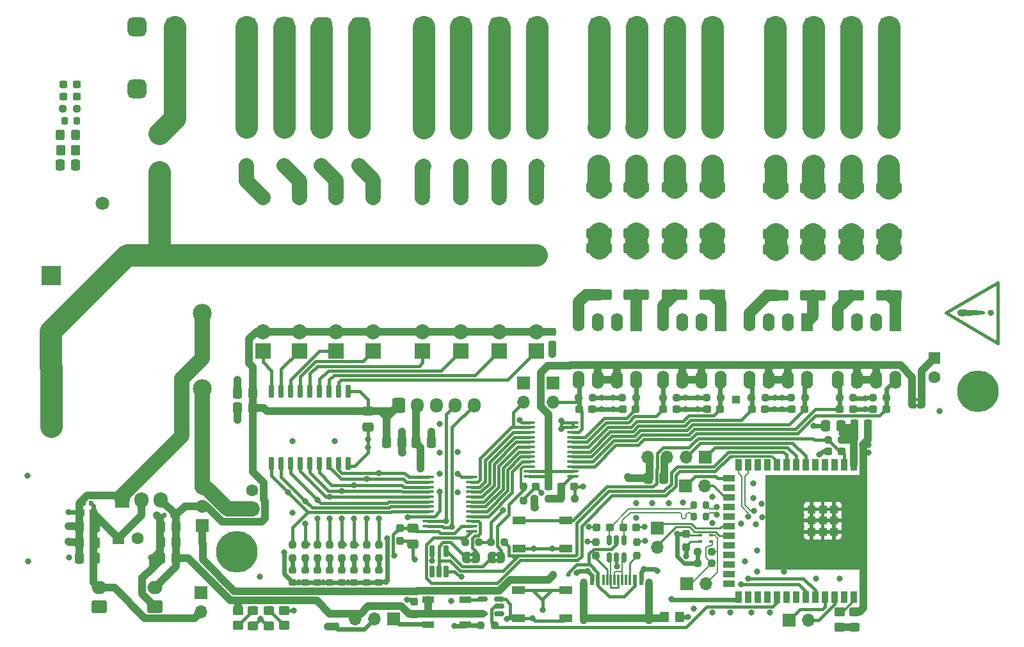
<source format=gbr>
%TF.GenerationSoftware,KiCad,Pcbnew,8.0.4*%
%TF.CreationDate,2024-11-14T02:45:49+01:00*%
%TF.ProjectId,hamodule,68616d6f-6475-46c6-952e-6b696361645f,20240908.25.8-2*%
%TF.SameCoordinates,Original*%
%TF.FileFunction,Copper,L1,Top*%
%TF.FilePolarity,Positive*%
%FSLAX46Y46*%
G04 Gerber Fmt 4.6, Leading zero omitted, Abs format (unit mm)*
G04 Created by KiCad (PCBNEW 8.0.4) date 2024-11-14 02:45:49*
%MOMM*%
%LPD*%
G01*
G04 APERTURE LIST*
G04 Aperture macros list*
%AMRoundRect*
0 Rectangle with rounded corners*
0 $1 Rounding radius*
0 $2 $3 $4 $5 $6 $7 $8 $9 X,Y pos of 4 corners*
0 Add a 4 corners polygon primitive as box body*
4,1,4,$2,$3,$4,$5,$6,$7,$8,$9,$2,$3,0*
0 Add four circle primitives for the rounded corners*
1,1,$1+$1,$2,$3*
1,1,$1+$1,$4,$5*
1,1,$1+$1,$6,$7*
1,1,$1+$1,$8,$9*
0 Add four rect primitives between the rounded corners*
20,1,$1+$1,$2,$3,$4,$5,0*
20,1,$1+$1,$4,$5,$6,$7,0*
20,1,$1+$1,$6,$7,$8,$9,0*
20,1,$1+$1,$8,$9,$2,$3,0*%
%AMFreePoly0*
4,1,19,0.000000,0.744911,0.071157,0.744911,0.207708,0.704816,0.327430,0.627875,0.420627,0.520320,0.479746,0.390866,0.500000,0.250000,0.500000,-0.250000,0.479746,-0.390866,0.420627,-0.520320,0.327430,-0.627875,0.207708,-0.704816,0.071157,-0.744911,0.000000,-0.744911,0.000000,-0.750000,-0.500000,-0.750000,-0.500000,0.750000,0.000000,0.750000,0.000000,0.744911,0.000000,0.744911,
$1*%
%AMFreePoly1*
4,1,19,0.500000,-0.750000,0.000000,-0.750000,0.000000,-0.744911,-0.071157,-0.744911,-0.207708,-0.704816,-0.327430,-0.627875,-0.420627,-0.520320,-0.479746,-0.390866,-0.500000,-0.250000,-0.500000,0.250000,-0.479746,0.390866,-0.420627,0.520320,-0.327430,0.627875,-0.207708,0.704816,-0.071157,0.744911,0.000000,0.744911,0.000000,0.750000,0.500000,0.750000,0.500000,-0.750000,0.500000,-0.750000,
$1*%
G04 Aperture macros list end*
%TA.AperFunction,EtchedComponent*%
%ADD10C,0.381000*%
%TD*%
%TA.AperFunction,EtchedComponent*%
%ADD11C,0.200000*%
%TD*%
%TA.AperFunction,EtchedComponent*%
%ADD12C,0.450000*%
%TD*%
%TA.AperFunction,EtchedComponent*%
%ADD13C,0.250000*%
%TD*%
%TA.AperFunction,EtchedComponent*%
%ADD14C,0.400000*%
%TD*%
%TA.AperFunction,EtchedComponent*%
%ADD15C,0.000000*%
%TD*%
%TA.AperFunction,SMDPad,CuDef*%
%ADD16RoundRect,0.237500X-0.237500X0.250000X-0.237500X-0.250000X0.237500X-0.250000X0.237500X0.250000X0*%
%TD*%
%TA.AperFunction,SMDPad,CuDef*%
%ADD17RoundRect,0.162500X0.162500X-0.617500X0.162500X0.617500X-0.162500X0.617500X-0.162500X-0.617500X0*%
%TD*%
%TA.AperFunction,ComponentPad*%
%ADD18R,1.700000X1.700000*%
%TD*%
%TA.AperFunction,ComponentPad*%
%ADD19O,1.700000X1.700000*%
%TD*%
%TA.AperFunction,SMDPad,CuDef*%
%ADD20RoundRect,0.249999X-1.425001X0.450001X-1.425001X-0.450001X1.425001X-0.450001X1.425001X0.450001X0*%
%TD*%
%TA.AperFunction,ComponentPad*%
%ADD21C,1.800000*%
%TD*%
%TA.AperFunction,SMDPad,CuDef*%
%ADD22RoundRect,0.250000X0.450000X-0.325000X0.450000X0.325000X-0.450000X0.325000X-0.450000X-0.325000X0*%
%TD*%
%TA.AperFunction,SMDPad,CuDef*%
%ADD23RoundRect,0.250000X0.450000X-0.350000X0.450000X0.350000X-0.450000X0.350000X-0.450000X-0.350000X0*%
%TD*%
%TA.AperFunction,ComponentPad*%
%ADD24RoundRect,0.250000X0.750000X-0.600000X0.750000X0.600000X-0.750000X0.600000X-0.750000X-0.600000X0*%
%TD*%
%TA.AperFunction,ComponentPad*%
%ADD25O,2.000000X1.700000*%
%TD*%
%TA.AperFunction,SMDPad,CuDef*%
%ADD26RoundRect,0.250000X0.337500X0.475000X-0.337500X0.475000X-0.337500X-0.475000X0.337500X-0.475000X0*%
%TD*%
%TA.AperFunction,ComponentPad*%
%ADD27R,2.500000X2.500000*%
%TD*%
%TA.AperFunction,ComponentPad*%
%ADD28C,2.500000*%
%TD*%
%TA.AperFunction,ComponentPad*%
%ADD29R,1.905000X2.000000*%
%TD*%
%TA.AperFunction,ComponentPad*%
%ADD30O,1.905000X2.000000*%
%TD*%
%TA.AperFunction,ComponentPad*%
%ADD31RoundRect,0.625000X0.625000X0.625000X-0.625000X0.625000X-0.625000X-0.625000X0.625000X-0.625000X0*%
%TD*%
%TA.AperFunction,ComponentPad*%
%ADD32C,2.000000*%
%TD*%
%TA.AperFunction,ComponentPad*%
%ADD33R,1.600000X2.400000*%
%TD*%
%TA.AperFunction,ComponentPad*%
%ADD34O,1.600000X2.400000*%
%TD*%
%TA.AperFunction,SMDPad,CuDef*%
%ADD35RoundRect,0.237500X-0.250000X-0.237500X0.250000X-0.237500X0.250000X0.237500X-0.250000X0.237500X0*%
%TD*%
%TA.AperFunction,SMDPad,CuDef*%
%ADD36RoundRect,0.237500X0.300000X0.237500X-0.300000X0.237500X-0.300000X-0.237500X0.300000X-0.237500X0*%
%TD*%
%TA.AperFunction,SMDPad,CuDef*%
%ADD37R,1.800000X1.100000*%
%TD*%
%TA.AperFunction,SMDPad,CuDef*%
%ADD38RoundRect,0.237500X-0.300000X-0.237500X0.300000X-0.237500X0.300000X0.237500X-0.300000X0.237500X0*%
%TD*%
%TA.AperFunction,SMDPad,CuDef*%
%ADD39RoundRect,0.237500X-0.237500X0.300000X-0.237500X-0.300000X0.237500X-0.300000X0.237500X0.300000X0*%
%TD*%
%TA.AperFunction,SMDPad,CuDef*%
%ADD40RoundRect,0.150000X0.150000X-0.725000X0.150000X0.725000X-0.150000X0.725000X-0.150000X-0.725000X0*%
%TD*%
%TA.AperFunction,ComponentPad*%
%ADD41R,1.600000X1.600000*%
%TD*%
%TA.AperFunction,ComponentPad*%
%ADD42C,1.600000*%
%TD*%
%TA.AperFunction,SMDPad,CuDef*%
%ADD43RoundRect,0.237500X0.237500X-0.250000X0.237500X0.250000X-0.237500X0.250000X-0.237500X-0.250000X0*%
%TD*%
%TA.AperFunction,SMDPad,CuDef*%
%ADD44RoundRect,0.218750X0.256250X-0.218750X0.256250X0.218750X-0.256250X0.218750X-0.256250X-0.218750X0*%
%TD*%
%TA.AperFunction,ComponentPad*%
%ADD45R,2.000000X2.000000*%
%TD*%
%TA.AperFunction,SMDPad,CuDef*%
%ADD46RoundRect,0.150000X0.512500X0.150000X-0.512500X0.150000X-0.512500X-0.150000X0.512500X-0.150000X0*%
%TD*%
%TA.AperFunction,SMDPad,CuDef*%
%ADD47RoundRect,0.200000X0.200000X0.275000X-0.200000X0.275000X-0.200000X-0.275000X0.200000X-0.275000X0*%
%TD*%
%TA.AperFunction,SMDPad,CuDef*%
%ADD48R,0.900000X1.500000*%
%TD*%
%TA.AperFunction,SMDPad,CuDef*%
%ADD49R,1.500000X0.900000*%
%TD*%
%TA.AperFunction,SMDPad,CuDef*%
%ADD50R,1.000000X1.000000*%
%TD*%
%TA.AperFunction,SMDPad,CuDef*%
%ADD51RoundRect,0.100000X0.637500X0.100000X-0.637500X0.100000X-0.637500X-0.100000X0.637500X-0.100000X0*%
%TD*%
%TA.AperFunction,SMDPad,CuDef*%
%ADD52RoundRect,0.237500X0.237500X-0.300000X0.237500X0.300000X-0.237500X0.300000X-0.237500X-0.300000X0*%
%TD*%
%TA.AperFunction,ComponentPad*%
%ADD53R,1.000000X1.000000*%
%TD*%
%TA.AperFunction,SMDPad,CuDef*%
%ADD54RoundRect,0.250000X-0.450000X0.325000X-0.450000X-0.325000X0.450000X-0.325000X0.450000X0.325000X0*%
%TD*%
%TA.AperFunction,SMDPad,CuDef*%
%ADD55RoundRect,0.250000X-0.337500X-0.475000X0.337500X-0.475000X0.337500X0.475000X-0.337500X0.475000X0*%
%TD*%
%TA.AperFunction,SMDPad,CuDef*%
%ADD56RoundRect,0.112500X-0.187500X-0.112500X0.187500X-0.112500X0.187500X0.112500X-0.187500X0.112500X0*%
%TD*%
%TA.AperFunction,SMDPad,CuDef*%
%ADD57RoundRect,0.250000X0.350000X0.450000X-0.350000X0.450000X-0.350000X-0.450000X0.350000X-0.450000X0*%
%TD*%
%TA.AperFunction,SMDPad,CuDef*%
%ADD58RoundRect,0.140000X-0.140000X-0.170000X0.140000X-0.170000X0.140000X0.170000X-0.140000X0.170000X0*%
%TD*%
%TA.AperFunction,SMDPad,CuDef*%
%ADD59R,0.600000X1.450000*%
%TD*%
%TA.AperFunction,SMDPad,CuDef*%
%ADD60R,0.300000X1.450000*%
%TD*%
%TA.AperFunction,ComponentPad*%
%ADD61O,1.000000X2.100000*%
%TD*%
%TA.AperFunction,ComponentPad*%
%ADD62O,1.000000X1.600000*%
%TD*%
%TA.AperFunction,ComponentPad*%
%ADD63RoundRect,0.250000X-0.600000X-0.725000X0.600000X-0.725000X0.600000X0.725000X-0.600000X0.725000X0*%
%TD*%
%TA.AperFunction,ComponentPad*%
%ADD64O,1.700000X1.950000*%
%TD*%
%TA.AperFunction,SMDPad,CuDef*%
%ADD65RoundRect,0.250000X0.325000X0.450000X-0.325000X0.450000X-0.325000X-0.450000X0.325000X-0.450000X0*%
%TD*%
%TA.AperFunction,SMDPad,CuDef*%
%ADD66FreePoly0,180.000000*%
%TD*%
%TA.AperFunction,SMDPad,CuDef*%
%ADD67FreePoly1,180.000000*%
%TD*%
%TA.AperFunction,SMDPad,CuDef*%
%ADD68RoundRect,0.250000X-0.475000X0.337500X-0.475000X-0.337500X0.475000X-0.337500X0.475000X0.337500X0*%
%TD*%
%TA.AperFunction,ComponentPad*%
%ADD69C,5.500000*%
%TD*%
%TA.AperFunction,SMDPad,CuDef*%
%ADD70RoundRect,0.140000X0.140000X0.170000X-0.140000X0.170000X-0.140000X-0.170000X0.140000X-0.170000X0*%
%TD*%
%TA.AperFunction,SMDPad,CuDef*%
%ADD71RoundRect,0.250000X-0.350000X-0.450000X0.350000X-0.450000X0.350000X0.450000X-0.350000X0.450000X0*%
%TD*%
%TA.AperFunction,SMDPad,CuDef*%
%ADD72R,0.500000X0.300000*%
%TD*%
%TA.AperFunction,SMDPad,CuDef*%
%ADD73RoundRect,0.150000X0.150000X-0.512500X0.150000X0.512500X-0.150000X0.512500X-0.150000X-0.512500X0*%
%TD*%
%TA.AperFunction,SMDPad,CuDef*%
%ADD74RoundRect,0.237500X0.250000X0.237500X-0.250000X0.237500X-0.250000X-0.237500X0.250000X-0.237500X0*%
%TD*%
%TA.AperFunction,SMDPad,CuDef*%
%ADD75FreePoly1,0.000000*%
%TD*%
%TA.AperFunction,SMDPad,CuDef*%
%ADD76FreePoly0,0.000000*%
%TD*%
%TA.AperFunction,SMDPad,CuDef*%
%ADD77RoundRect,0.218750X0.218750X0.256250X-0.218750X0.256250X-0.218750X-0.256250X0.218750X-0.256250X0*%
%TD*%
%TA.AperFunction,ViaPad*%
%ADD78C,0.800000*%
%TD*%
%TA.AperFunction,Conductor*%
%ADD79C,0.600000*%
%TD*%
%TA.AperFunction,Conductor*%
%ADD80C,0.400000*%
%TD*%
%TA.AperFunction,Conductor*%
%ADD81C,1.000000*%
%TD*%
%TA.AperFunction,Conductor*%
%ADD82C,3.000000*%
%TD*%
%TA.AperFunction,Conductor*%
%ADD83C,0.250000*%
%TD*%
%TA.AperFunction,Conductor*%
%ADD84C,0.350000*%
%TD*%
%TA.AperFunction,Conductor*%
%ADD85C,2.000000*%
%TD*%
%TA.AperFunction,Conductor*%
%ADD86C,0.200000*%
%TD*%
%TA.AperFunction,Conductor*%
%ADD87C,1.500000*%
%TD*%
G04 APERTURE END LIST*
D10*
%TO.C,G9*%
X122164000Y42468400D02*
X129084000Y46468400D01*
D11*
X122584000Y42318400D02*
X122584000Y42628400D01*
X129064000Y45978400D02*
X128654736Y46244722D01*
X129064000Y38958400D02*
X128654736Y38692078D01*
D10*
X129084000Y46468400D02*
X129084000Y38468400D01*
X129084000Y38468400D02*
X122164000Y42468400D01*
D12*
X124349000Y42468400D02*
G75*
G02*
X123899000Y42468400I-225000J0D01*
G01*
X123899000Y42468400D02*
G75*
G02*
X124349000Y42468400I225000J0D01*
G01*
D13*
X127249000Y42468400D02*
G75*
G02*
X126999000Y42468400I-125000J0D01*
G01*
X126999000Y42468400D02*
G75*
G02*
X127249000Y42468400I125000J0D01*
G01*
D14*
X128324000Y42468400D02*
G75*
G02*
X127924000Y42468400I-200000J0D01*
G01*
X127924000Y42468400D02*
G75*
G02*
X128324000Y42468400I200000J0D01*
G01*
D15*
%TA.AperFunction,EtchedComponent*%
G36*
X127124000Y42718400D02*
G01*
X127124000Y42218400D01*
X124124000Y42018400D01*
X124124000Y42918400D01*
X127124000Y42718400D01*
G37*
%TD.AperFunction*%
%TA.AperFunction,EtchedComponent*%
%TO.C,JP2*%
G36*
X62974000Y10268400D02*
G01*
X62474000Y10268400D01*
X62474000Y10668400D01*
X62974000Y10668400D01*
X62974000Y10268400D01*
G37*
%TD.AperFunction*%
%TA.AperFunction,EtchedComponent*%
G36*
X62974000Y9468400D02*
G01*
X62474000Y9468400D01*
X62474000Y9868400D01*
X62974000Y9868400D01*
X62974000Y9468400D01*
G37*
%TD.AperFunction*%
%TA.AperFunction,EtchedComponent*%
%TO.C,JP3*%
G36*
X59624000Y9468400D02*
G01*
X59124000Y9468400D01*
X59124000Y9868400D01*
X59624000Y9868400D01*
X59624000Y9468400D01*
G37*
%TD.AperFunction*%
%TA.AperFunction,EtchedComponent*%
G36*
X59624000Y10268400D02*
G01*
X59124000Y10268400D01*
X59124000Y10668400D01*
X59624000Y10668400D01*
X59624000Y10268400D01*
G37*
%TD.AperFunction*%
%TA.AperFunction,EtchedComponent*%
%TO.C,JP1*%
G36*
X118574000Y30768400D02*
G01*
X118074000Y30768400D01*
X118074000Y31168400D01*
X118574000Y31168400D01*
X118574000Y30768400D01*
G37*
%TD.AperFunction*%
%TA.AperFunction,EtchedComponent*%
G36*
X118574000Y29968400D02*
G01*
X118074000Y29968400D01*
X118074000Y30368400D01*
X118574000Y30368400D01*
X118574000Y29968400D01*
G37*
%TD.AperFunction*%
%TD*%
D16*
%TO.P,R60,1*%
%TO.N,Net-(JP2-A)*%
X66274000Y19443400D03*
%TO.P,R60,2*%
%TO.N,GND*%
X66274000Y17618400D03*
%TD*%
D17*
%TO.P,U14,5,VCC*%
%TO.N,3.3V+*%
X54174000Y10918400D03*
%TO.P,U14,4*%
%TO.N,Net-(JP2-B)*%
X56074000Y10918400D03*
%TO.P,U14,3,GND*%
%TO.N,GND*%
X56074000Y8218400D03*
%TO.P,U14,2*%
%TO.N,OUT_ENABLE*%
X55124000Y8218400D03*
%TO.P,U14,1*%
%TO.N,N/C*%
X54174000Y8218400D03*
%TD*%
D18*
%TO.P,J5,1,Pin_1*%
%TO.N,3.3V+*%
X23674000Y5448400D03*
D19*
%TO.P,J5,2,Pin_2*%
%TO.N,Net-(J4-Pin_2)*%
X23674000Y2908400D03*
%TD*%
D20*
%TO.P,R12,1*%
%TO.N,Net-(F5-Pad1)*%
X76275000Y59056900D03*
%TO.P,R12,2*%
%TO.N,Net-(R12-Pad2)*%
X76275000Y52956900D03*
%TD*%
%TO.P,R11,1*%
%TO.N,Net-(F4-Pad1)*%
X81228000Y59056900D03*
%TO.P,R11,2*%
%TO.N,Net-(R11-Pad2)*%
X81228000Y52956900D03*
%TD*%
D21*
%TO.P,RV1,1*%
%TO.N,220VAC(N)*%
X10626400Y57005330D03*
%TO.P,RV1,2*%
%TO.N,220VAC(L)*%
X18126400Y55372000D03*
%TD*%
D20*
%TO.P,R19,1*%
%TO.N,Net-(R11-Pad2)*%
X81228000Y51005100D03*
%TO.P,R19,2*%
%TO.N,Net-(R19-Pad2)*%
X81228000Y44905100D03*
%TD*%
%TO.P,R20,1*%
%TO.N,Net-(R12-Pad2)*%
X76275000Y51005100D03*
%TO.P,R20,2*%
%TO.N,Net-(R20-Pad2)*%
X76275000Y44905100D03*
%TD*%
D22*
%TO.P,D2,1,K*%
%TO.N,GND*%
X30524000Y993400D03*
%TO.P,D2,2,A*%
%TO.N,Net-(D2-A)*%
X30524000Y3043400D03*
%TD*%
D23*
%TO.P,R7,1*%
%TO.N,Net-(D2-A)*%
X28524000Y1068400D03*
%TO.P,R7,2*%
%TO.N,5V+*%
X28524000Y3068400D03*
%TD*%
D24*
%TO.P,J1,1,Pin_1*%
%TO.N,GND*%
X17574000Y3568700D03*
D25*
%TO.P,J1,2,Pin_2*%
%TO.N,5V+*%
X17574000Y6068700D03*
%TD*%
D26*
%TO.P,C14,1*%
%TO.N,Net-(J4-Pin_2)*%
X9644200Y14098600D03*
%TO.P,C14,2*%
%TO.N,GND*%
X7569200Y14098600D03*
%TD*%
%TO.P,C8,1*%
%TO.N,5V+*%
X20361500Y12068400D03*
%TO.P,C8,2*%
%TO.N,GND*%
X18286500Y12068400D03*
%TD*%
D27*
%TO.P,PS1,1,VAC_IN(N)*%
%TO.N,220VAC(N)*%
X3780000Y47421800D03*
D28*
%TO.P,PS1,5,VAC_IN(L)*%
%TO.N,220VAC(L)*%
X3780000Y27421800D03*
%TO.P,PS1,7,+VOUT*%
%TO.N,5V+_PS*%
X23780000Y32421800D03*
%TO.P,PS1,9,-VOUT*%
%TO.N,GND*%
X23780000Y42421800D03*
%TD*%
D29*
%TO.P,U1,1,GND*%
%TO.N,GND*%
X13242700Y17729200D03*
D30*
%TO.P,U1,2,VO*%
%TO.N,Net-(J4-Pin_2)*%
X15782700Y17729200D03*
%TO.P,U1,3,VI*%
%TO.N,5V+*%
X18322700Y17729200D03*
%TD*%
D31*
%TO.P,J15,1,1*%
%TO.N,Net-(F13-Pad2)*%
X44691800Y72136000D03*
%TO.P,J15,2,2*%
X44691800Y80335999D03*
%TO.P,J15,3,3*%
%TO.N,Net-(F12-Pad2)*%
X39691800Y72136000D03*
%TO.P,J15,4,4*%
X39691800Y80335999D03*
%TO.P,J15,5,5*%
%TO.N,Net-(F11-Pad2)*%
X34691800Y72136000D03*
%TO.P,J15,6,6*%
X34691800Y80335999D03*
%TO.P,J15,7,7*%
%TO.N,Net-(F10-Pad2)*%
X29691800Y72136000D03*
%TO.P,J15,8,8*%
X29691800Y80335999D03*
%TD*%
%TO.P,J2,1,1*%
%TO.N,Net-(F1-Pad1)*%
X20144000Y72112401D03*
%TO.P,J2,2,2*%
X20144000Y80312400D03*
%TO.P,J2,3,3*%
%TO.N,220VAC(N)*%
X15144000Y72112401D03*
%TO.P,J2,4,4*%
X15144000Y80312400D03*
%TD*%
%TO.P,J7,1,1*%
%TO.N,Net-(F2-Pad2)*%
X91264000Y72140201D03*
%TO.P,J7,2,2*%
X91264000Y80340200D03*
%TO.P,J7,3,3*%
%TO.N,Net-(F3-Pad2)*%
X86264000Y72140201D03*
%TO.P,J7,4,4*%
X86264000Y80340200D03*
%TO.P,J7,5,5*%
%TO.N,Net-(F4-Pad2)*%
X81264000Y72140201D03*
%TO.P,J7,6,6*%
X81264000Y80340200D03*
%TO.P,J7,7,7*%
%TO.N,Net-(F5-Pad2)*%
X76264000Y72140201D03*
%TO.P,J7,8,8*%
X76264000Y80340200D03*
%TD*%
D32*
%TO.P,F1,1*%
%TO.N,Net-(F1-Pad1)*%
X18161000Y66243200D03*
%TO.P,F1,2*%
%TO.N,220VAC(L)*%
X18151000Y61163200D03*
%TD*%
D33*
%TO.P,U4,1*%
%TO.N,Net-(R23-Pad2)*%
X115513178Y41232282D03*
D34*
%TO.P,U4,2*%
%TO.N,220VAC(N)-LowV*%
X112973178Y41232282D03*
%TO.P,U4,3*%
X110433178Y41232282D03*
%TO.P,U4,4*%
%TO.N,Net-(R24-Pad2)*%
X107893178Y41232282D03*
%TO.P,U4,5*%
%TO.N,Net-(U9-A2)*%
X107893178Y33612282D03*
%TO.P,U4,6*%
%TO.N,3.3V+*%
X110433178Y33612282D03*
%TO.P,U4,7*%
X112973178Y33612282D03*
%TO.P,U4,8*%
%TO.N,Net-(U9-A1)*%
X115513178Y33612282D03*
%TD*%
D20*
%TO.P,R21,1*%
%TO.N,Net-(R21-Pad1)*%
X91286400Y51005100D03*
%TO.P,R21,2*%
%TO.N,Net-(R21-Pad2)*%
X91286400Y44905100D03*
%TD*%
%TO.P,R10,1*%
%TO.N,Net-(F3-Pad1)*%
X86257200Y59056900D03*
%TO.P,R10,2*%
%TO.N,Net-(R10-Pad2)*%
X86257200Y52956900D03*
%TD*%
%TO.P,R9,1*%
%TO.N,Net-(F2-Pad1)*%
X91286400Y59056900D03*
%TO.P,R9,2*%
%TO.N,Net-(R21-Pad1)*%
X91286400Y52956900D03*
%TD*%
D33*
%TO.P,U7,1*%
%TO.N,Net-(R19-Pad2)*%
X81205300Y41228800D03*
D34*
%TO.P,U7,2*%
%TO.N,220VAC(N)-LowV*%
X78665300Y41228800D03*
%TO.P,U7,3*%
X76125300Y41228800D03*
%TO.P,U7,4*%
%TO.N,Net-(R20-Pad2)*%
X73585300Y41228800D03*
%TO.P,U7,5*%
%TO.N,Net-(J19-Pin_2)*%
X73585300Y33608800D03*
%TO.P,U7,6*%
%TO.N,3.3V+*%
X76125300Y33608800D03*
%TO.P,U7,7*%
X78665300Y33608800D03*
%TO.P,U7,8*%
%TO.N,Net-(U9-A7)*%
X81205300Y33608800D03*
%TD*%
D33*
%TO.P,U6,1*%
%TO.N,Net-(R21-Pad2)*%
X92381300Y41228800D03*
D34*
%TO.P,U6,2*%
%TO.N,220VAC(N)-LowV*%
X89841300Y41228800D03*
%TO.P,U6,3*%
X87301300Y41228800D03*
%TO.P,U6,4*%
%TO.N,Net-(R22-Pad2)*%
X84761300Y41228800D03*
%TO.P,U6,5*%
%TO.N,Net-(U9-A6)*%
X84761300Y33608800D03*
%TO.P,U6,6*%
%TO.N,3.3V+*%
X87301300Y33608800D03*
%TO.P,U6,7*%
X89841300Y33608800D03*
%TO.P,U6,8*%
%TO.N,Net-(U9-A5)*%
X92381300Y33608800D03*
%TD*%
D20*
%TO.P,R22,1*%
%TO.N,Net-(R10-Pad2)*%
X86257200Y51005100D03*
%TO.P,R22,2*%
%TO.N,Net-(R22-Pad2)*%
X86257200Y44905100D03*
%TD*%
D35*
%TO.P,R1,1*%
%TO.N,EN*%
X106588402Y25681201D03*
%TO.P,R1,2*%
%TO.N,3.3V+*%
X108413402Y25681201D03*
%TD*%
D36*
%TO.P,C3,1*%
%TO.N,EN*%
X108350902Y24157201D03*
%TO.P,C3,2*%
%TO.N,GND*%
X106625902Y24157201D03*
%TD*%
D24*
%TO.P,J4,1,Pin_1*%
%TO.N,GND*%
X10174000Y3568700D03*
D25*
%TO.P,J4,2,Pin_2*%
%TO.N,Net-(J4-Pin_2)*%
X10174000Y6068700D03*
%TD*%
D37*
%TO.P,SW2,1,1*%
%TO.N,EN*%
X65671000Y14968400D03*
X71871000Y14968400D03*
%TO.P,SW2,2,2*%
%TO.N,GND*%
X65671000Y11268400D03*
X71871000Y11268400D03*
%TD*%
%TO.P,SW3,1,1*%
%TO.N,IO0*%
X65669800Y5765800D03*
X71869800Y5765800D03*
%TO.P,SW3,2,2*%
%TO.N,GND*%
X65669800Y2065800D03*
X71869800Y2065800D03*
%TD*%
D18*
%TO.P,J10,1,Pin_1*%
%TO.N,RXD0*%
X101429402Y1808701D03*
D19*
%TO.P,J10,2,Pin_2*%
%TO.N,TXD0*%
X103969402Y1808701D03*
%TD*%
D38*
%TO.P,C6,1*%
%TO.N,3.3V+*%
X110099000Y26268400D03*
%TO.P,C6,2*%
%TO.N,GND*%
X111824000Y26268400D03*
%TD*%
D39*
%TO.P,C30,1*%
%TO.N,3.3V+*%
X87779402Y13161201D03*
%TO.P,C30,2*%
%TO.N,GND*%
X87779402Y11436201D03*
%TD*%
D18*
%TO.P,J19,1,Pin_1*%
%TO.N,GND*%
X70174000Y33168400D03*
D19*
%TO.P,J19,2,Pin_2*%
%TO.N,Net-(J19-Pin_2)*%
X70174000Y30628400D03*
%TD*%
D36*
%TO.P,C11,1*%
%TO.N,Net-(C11-Pad1)*%
X77724000Y14078701D03*
%TO.P,C11,2*%
%TO.N,GND*%
X75999000Y14078701D03*
%TD*%
D22*
%TO.P,D3,1,K*%
%TO.N,GND*%
X32624000Y968400D03*
%TO.P,D3,2,A*%
%TO.N,Net-(D3-A)*%
X32624000Y3018400D03*
%TD*%
D40*
%TO.P,U11,1,I1*%
%TO.N,Net-(U11-I1)*%
X32964000Y22543400D03*
%TO.P,U11,2,I2*%
%TO.N,Net-(U11-I2)*%
X34234000Y22543400D03*
%TO.P,U11,3,I3*%
%TO.N,Net-(U11-I3)*%
X35504000Y22543400D03*
%TO.P,U11,4,I4*%
%TO.N,Net-(U11-I4)*%
X36774000Y22543400D03*
%TO.P,U11,5,I5*%
%TO.N,Net-(U11-I5)*%
X38044000Y22543400D03*
%TO.P,U11,6,I6*%
%TO.N,Net-(U11-I6)*%
X39314000Y22543400D03*
%TO.P,U11,7,I7*%
%TO.N,Net-(U11-I7)*%
X40584000Y22543400D03*
%TO.P,U11,8,I8*%
%TO.N,Net-(U11-I8)*%
X41854000Y22543400D03*
%TO.P,U11,9,GND*%
%TO.N,GND*%
X43124000Y22543400D03*
%TO.P,U11,10,COM*%
%TO.N,5V+*%
X43124000Y32093400D03*
%TO.P,U11,11,O8*%
%TO.N,Net-(U11-O8)*%
X41854000Y32093400D03*
%TO.P,U11,12,O7*%
%TO.N,Net-(U11-O7)*%
X40584000Y32093400D03*
%TO.P,U11,13,O6*%
%TO.N,Net-(U11-O6)*%
X39314000Y32093400D03*
%TO.P,U11,14,O5*%
%TO.N,Net-(U11-O5)*%
X38044000Y32093400D03*
%TO.P,U11,15,O4*%
%TO.N,Net-(U11-O4)*%
X36774000Y32093400D03*
%TO.P,U11,16,O3*%
%TO.N,Net-(U11-O3)*%
X35504000Y32093400D03*
%TO.P,U11,17,O2*%
%TO.N,Net-(U11-O2)*%
X34234000Y32093400D03*
%TO.P,U11,18,O1*%
%TO.N,Net-(U11-O1)*%
X32964000Y32093400D03*
%TD*%
D41*
%TO.P,C19,1*%
%TO.N,Net-(JP1-B)*%
X120624000Y36468400D03*
D42*
%TO.P,C19,2*%
%TO.N,GND*%
X120624000Y33968400D03*
%TD*%
D18*
%TO.P,J14,1,Pin_1*%
%TO.N,GPIO15*%
X90364000Y23368400D03*
D19*
%TO.P,J14,2,Pin_2*%
%TO.N,GPIO7*%
X87824000Y23368400D03*
%TO.P,J14,3,Pin_3*%
%TO.N,GND*%
X85284000Y23368400D03*
%TO.P,J14,4,Pin_4*%
%TO.N,3.3V+*%
X82744000Y23368400D03*
%TD*%
D43*
%TO.P,R46,1*%
%TO.N,Net-(D6-A)*%
X37396000Y9965496D03*
%TO.P,R46,2*%
%TO.N,Net-(U11-I2)*%
X37396000Y11790496D03*
%TD*%
D31*
%TO.P,J6,1,1*%
%TO.N,Net-(F6-Pad2)*%
X114621702Y72140201D03*
%TO.P,J6,2,2*%
X114621702Y80340200D03*
%TO.P,J6,3,3*%
%TO.N,Net-(F7-Pad2)*%
X109621702Y72140201D03*
%TO.P,J6,4,4*%
X109621702Y80340200D03*
%TO.P,J6,5,5*%
%TO.N,Net-(F8-Pad2)*%
X104621702Y72140201D03*
%TO.P,J6,6,6*%
X104621702Y80340200D03*
%TO.P,J6,7,7*%
%TO.N,Net-(F9-Pad2)*%
X99621702Y72140201D03*
%TO.P,J6,8,8*%
X99621702Y80340200D03*
%TD*%
%TO.P,J16,1,1*%
%TO.N,Net-(F17-Pad2)*%
X68059800Y72136000D03*
%TO.P,J16,2,2*%
X68059800Y80335999D03*
%TO.P,J16,3,3*%
%TO.N,Net-(F16-Pad2)*%
X63059800Y72136000D03*
%TO.P,J16,4,4*%
X63059800Y80335999D03*
%TO.P,J16,5,5*%
%TO.N,Net-(F15-Pad2)*%
X58059800Y72136000D03*
%TO.P,J16,6,6*%
X58059800Y80335999D03*
%TO.P,J16,7,7*%
%TO.N,Net-(F14-Pad2)*%
X53059800Y72136000D03*
%TO.P,J16,8,8*%
X53059800Y80335999D03*
%TD*%
D43*
%TO.P,R45,1*%
%TO.N,Net-(D5-A)*%
X35770400Y9967396D03*
%TO.P,R45,2*%
%TO.N,Net-(U11-I1)*%
X35770400Y11792396D03*
%TD*%
D20*
%TO.P,R25,1*%
%TO.N,Net-(R15-Pad2)*%
X104583200Y50900600D03*
%TO.P,R25,2*%
%TO.N,Net-(R25-Pad2)*%
X104583200Y44800600D03*
%TD*%
D38*
%TO.P,C25,1*%
%TO.N,Net-(U9-A4)*%
X96524002Y29707101D03*
%TO.P,C25,2*%
%TO.N,GND*%
X98249002Y29707101D03*
%TD*%
D36*
%TO.P,C40,1*%
%TO.N,unconnected-(C40-Pad1)*%
X7174000Y72718400D03*
%TO.P,C40,2*%
%TO.N,unconnected-(C40-Pad2)*%
X5449000Y72718400D03*
%TD*%
D20*
%TO.P,R15,1*%
%TO.N,Net-(F8-Pad1)*%
X104583200Y59032600D03*
%TO.P,R15,2*%
%TO.N,Net-(R15-Pad2)*%
X104583200Y52932600D03*
%TD*%
D44*
%TO.P,D5,1,K*%
%TO.N,GND*%
X35770400Y6790296D03*
%TO.P,D5,2,A*%
%TO.N,Net-(D5-A)*%
X35770400Y8365296D03*
%TD*%
D38*
%TO.P,C23,1*%
%TO.N,Net-(U9-A2)*%
X108156102Y29707101D03*
%TO.P,C23,2*%
%TO.N,GND*%
X109881102Y29707101D03*
%TD*%
D21*
%TO.P,F15,1*%
%TO.N,Net-(F15-Pad1)*%
X58026800Y61849000D03*
%TO.P,F15,2*%
%TO.N,Net-(F15-Pad2)*%
X58026800Y66929000D03*
%TD*%
D23*
%TO.P,R8,1*%
%TO.N,Net-(D3-A)*%
X34624000Y1068400D03*
%TO.P,R8,2*%
%TO.N,3.3V+*%
X34624000Y3068400D03*
%TD*%
D35*
%TO.P,R32,1*%
%TO.N,Net-(U9-A6)*%
X84738626Y31255920D03*
%TO.P,R32,2*%
%TO.N,GND*%
X86563626Y31255920D03*
%TD*%
D45*
%TO.P,K5,1*%
%TO.N,Net-(U11-O5)*%
X52911000Y37424500D03*
D32*
%TO.P,K5,2*%
%TO.N,5V+*%
X52911000Y39964500D03*
%TO.P,K5,3*%
%TO.N,220VAC(L)*%
X52911000Y50124500D03*
%TO.P,K5,4*%
%TO.N,Net-(F14-Pad1)*%
X52911000Y57744500D03*
%TD*%
D18*
%TO.P,J12,1,Pin_1*%
%TO.N,GPIO3*%
X87724000Y19568400D03*
D19*
%TO.P,J12,2,Pin_2*%
%TO.N,GPIO9*%
X90264000Y19568400D03*
%TD*%
D21*
%TO.P,F4,1*%
%TO.N,Net-(F4-Pad1)*%
X81228000Y61952500D03*
%TO.P,F4,2*%
%TO.N,Net-(F4-Pad2)*%
X81228000Y67032500D03*
%TD*%
D43*
%TO.P,R50,1*%
%TO.N,Net-(D10-A)*%
X43898400Y9967396D03*
%TO.P,R50,2*%
%TO.N,Net-(U11-I6)*%
X43898400Y11792396D03*
%TD*%
%TO.P,R49,1*%
%TO.N,Net-(D9-A)*%
X42272800Y9965496D03*
%TO.P,R49,2*%
%TO.N,Net-(U11-I5)*%
X42272800Y11790496D03*
%TD*%
D20*
%TO.P,R26,1*%
%TO.N,Net-(R16-Pad2)*%
X99644200Y50852800D03*
%TO.P,R26,2*%
%TO.N,Net-(R26-Pad2)*%
X99644200Y44752800D03*
%TD*%
D35*
%TO.P,R34,1*%
%TO.N,Net-(J19-Pin_2)*%
X73611526Y31255920D03*
%TO.P,R34,2*%
%TO.N,GND*%
X75436526Y31255920D03*
%TD*%
D46*
%TO.P,U10,1,NC*%
%TO.N,unconnected-(U10-NC-Pad1)*%
X63124000Y2641600D03*
%TO.P,U10,2,A*%
%TO.N,RGBLED*%
X63124000Y3591600D03*
%TO.P,U10,3,GND*%
%TO.N,GND*%
X63124000Y4541600D03*
%TO.P,U10,4,Y*%
%TO.N,Net-(D4-DIN)*%
X60849000Y4541600D03*
%TO.P,U10,5,VCC*%
%TO.N,5V+*%
X60849000Y2641600D03*
%TD*%
D47*
%TO.P,R5,1*%
%TO.N,/ESP-D-*%
X90454402Y16988701D03*
%TO.P,R5,2*%
%TO.N,Net-(C11-Pad1)*%
X88804402Y16988701D03*
%TD*%
D41*
%TO.P,C18,1*%
%TO.N,5V+_PS*%
X30424000Y16486020D03*
D42*
%TO.P,C18,2*%
%TO.N,GND*%
X30424000Y18986020D03*
%TD*%
D35*
%TO.P,R27,1*%
%TO.N,GND*%
X112511500Y31231101D03*
%TO.P,R27,2*%
%TO.N,Net-(U9-A1)*%
X114336500Y31231101D03*
%TD*%
D20*
%TO.P,R16,1*%
%TO.N,Net-(F9-Pad1)*%
X99644200Y58982800D03*
%TO.P,R16,2*%
%TO.N,Net-(R16-Pad2)*%
X99644200Y52882800D03*
%TD*%
D47*
%TO.P,R6,1*%
%TO.N,/ESP-D+*%
X90454402Y15513701D03*
%TO.P,R6,2*%
%TO.N,Net-(C13-Pad1)*%
X88804402Y15513701D03*
%TD*%
D48*
%TO.P,U3,1,GND*%
%TO.N,GND*%
X111239402Y22348701D03*
%TO.P,U3,2,3V3*%
%TO.N,3.3V+*%
X109969402Y22348701D03*
%TO.P,U3,3,EN*%
%TO.N,EN*%
X108699402Y22348701D03*
%TO.P,U3,4,GPIO4/TOUCH4/ADC1_CH3*%
%TO.N,unconnected-(U3-GPIO4{slash}TOUCH4{slash}ADC1_CH3-Pad4)*%
X107429402Y22348701D03*
%TO.P,U3,5,GPIO5/TOUCH5/ADC1_CH4*%
%TO.N,unconnected-(U3-GPIO5{slash}TOUCH5{slash}ADC1_CH4-Pad5)*%
X106159402Y22348701D03*
%TO.P,U3,6,GPIO6/TOUCH6/ADC1_CH5*%
%TO.N,unconnected-(U3-GPIO6{slash}TOUCH6{slash}ADC1_CH5-Pad6)*%
X104889402Y22348701D03*
%TO.P,U3,7,GPIO7/TOUCH7/ADC1_CH6*%
%TO.N,GPIO7*%
X103619402Y22348701D03*
%TO.P,U3,8,GPIO15/U0RTS/ADC2_CH4/XTAL_32K_P*%
%TO.N,GPIO15*%
X102349402Y22348701D03*
%TO.P,U3,9,GPIO16/U0CTS/ADC2_CH5/XTAL_32K_NH5*%
%TO.N,OUT_ENABLE*%
X101079402Y22348701D03*
%TO.P,U3,10,GPIO17/U1TXD/ADC2_CH6*%
%TO.N,TCAL_INT*%
X99809402Y22348701D03*
%TO.P,U3,11,GPIO18/U1RXD/ADC2_CH7/CLK_OUT3*%
%TO.N,unconnected-(U3-GPIO18{slash}U1RXD{slash}ADC2_CH7{slash}CLK_OUT3-Pad11)*%
X98539402Y22348701D03*
%TO.P,U3,12,GPIO8/TOUCH8/ADC1_CH7/SUBSPICS1*%
%TO.N,unconnected-(U3-GPIO8{slash}TOUCH8{slash}ADC1_CH7{slash}SUBSPICS1-Pad12)*%
X97269402Y22348701D03*
%TO.P,U3,13,GPIO19/U1RTS/ADC2_CH8/CLK_OUT2/USB_D-*%
%TO.N,/ESP-D-*%
X95999402Y22348701D03*
%TO.P,U3,14,GPIO20/U1CTS/ADC2_CH9/CLK_OUT1/USB_D+*%
%TO.N,/ESP-D+*%
X94729402Y22348701D03*
D49*
%TO.P,U3,15,GPIO3/TOUCH3/ADC1_CH2*%
%TO.N,GPIO3*%
X93479402Y20583701D03*
%TO.P,U3,16,GPIO46*%
%TO.N,unconnected-(U3-GPIO46-Pad16)*%
X93479402Y19313701D03*
%TO.P,U3,17,GPIO9/TOUCH9/ADC1_CH8/FSPIHD/SUBSPIHD*%
%TO.N,GPIO9*%
X93479402Y18043701D03*
%TO.P,U3,18,GPIO10/TOUCH10/ADC1_CH9/FSPICS0/FSPIIO4/SUBSPICS0*%
%TO.N,unconnected-(U3-GPIO10{slash}TOUCH10{slash}ADC1_CH9{slash}FSPICS0{slash}FSPIIO4{slash}SUBSPICS0-Pad18)*%
X93479402Y16773701D03*
%TO.P,U3,19,GPIO11/TOUCH11/ADC2_CH0/FSPID/FSPIIO5/SUBSPID*%
%TO.N,unconnected-(U3-GPIO11{slash}TOUCH11{slash}ADC2_CH0{slash}FSPID{slash}FSPIIO5{slash}SUBSPID-Pad19)*%
X93479402Y15503701D03*
%TO.P,U3,20,GPIO12/TOUCH12/ADC2_CH1/FSPICLK/FSPIIO6/SUBSPICLK*%
%TO.N,GPIO12*%
X93479402Y14233701D03*
%TO.P,U3,21,GPIO13/TOUCH13/ADC2_CH2/FSPIQ/FSPIIO7/SUBSPIQ*%
%TO.N,GPIO13*%
X93479402Y12963701D03*
%TO.P,U3,22,GPIO14/TOUCH14/ADC2_CH3/FSPIWP/FSPIDQS/SUBSPIWP*%
%TO.N,unconnected-(U3-GPIO14{slash}TOUCH14{slash}ADC2_CH3{slash}FSPIWP{slash}FSPIDQS{slash}SUBSPIWP-Pad22)*%
X93479402Y11693701D03*
%TO.P,U3,23,GPIO21*%
%TO.N,unconnected-(U3-GPIO21-Pad23)*%
X93479402Y10423701D03*
%TO.P,U3,24,GPIO47/SPICLK_P/SUBSPICLK_P_DIFF*%
%TO.N,unconnected-(U3-GPIO47{slash}SPICLK_P{slash}SUBSPICLK_P_DIFF-Pad24)*%
X93479402Y9153701D03*
%TO.P,U3,25,GPIO48/SPICLK_N/SUBSPICLK_N_DIFF*%
%TO.N,unconnected-(U3-GPIO48{slash}SPICLK_N{slash}SUBSPICLK_N_DIFF-Pad25)*%
X93479402Y7883701D03*
%TO.P,U3,26,GPIO45*%
%TO.N,unconnected-(U3-GPIO45-Pad26)*%
X93479402Y6613701D03*
D48*
%TO.P,U3,27,GPIO0/BOOT*%
%TO.N,IO0*%
X94729402Y4848701D03*
%TO.P,U3,28,NC*%
%TO.N,unconnected-(U3-NC-Pad28)*%
X95999402Y4848701D03*
%TO.P,U3,29,NC*%
%TO.N,unconnected-(U3-NC-Pad29)*%
X97269402Y4848701D03*
%TO.P,U3,30,NC*%
%TO.N,unconnected-(U3-NC-Pad30)*%
X98539402Y4848701D03*
%TO.P,U3,31,GPIO38/FSPIWP/SUBSPIWP*%
%TO.N,RGBLED*%
X99809402Y4848701D03*
%TO.P,U3,32,MTCK/GPIO39/CLK_OUT3/SUBSPICS1*%
%TO.N,unconnected-(U3-MTCK{slash}GPIO39{slash}CLK_OUT3{slash}SUBSPICS1-Pad32)*%
X101079402Y4848701D03*
%TO.P,U3,33,MTDO/GPIO40/CLK_OUT2*%
%TO.N,unconnected-(U3-MTDO{slash}GPIO40{slash}CLK_OUT2-Pad33)*%
X102349402Y4848701D03*
%TO.P,U3,34,MTDI/GPIO41/CLK_OUT1*%
%TO.N,SCL*%
X103619402Y4848701D03*
%TO.P,U3,35,MTMS/GPIO42*%
%TO.N,SDA*%
X104889402Y4848701D03*
%TO.P,U3,36,U0RXD/GPIO44/CLK_OUT2*%
%TO.N,RXD0*%
X106159402Y4848701D03*
%TO.P,U3,37,U0TXD/GPIO43/CLK_OUT1*%
%TO.N,TXD0*%
X107429402Y4848701D03*
%TO.P,U3,38,GPIO2/TOUCH2/ADC1_CH1*%
%TO.N,unconnected-(U3-GPIO2{slash}TOUCH2{slash}ADC1_CH1-Pad38)*%
X108699402Y4848701D03*
%TO.P,U3,39,GPIO1/TOUCH1/ADC1_CH0*%
%TO.N,LED-GPIO*%
X109969402Y4848701D03*
%TO.P,U3,40,GND*%
%TO.N,GND*%
X111239402Y4848701D03*
D50*
%TO.P,U3,41,GND*%
X107389402Y16458701D03*
X105889402Y16458701D03*
X104389402Y16458701D03*
X107389402Y14958701D03*
X105889402Y14958701D03*
X104389402Y14958701D03*
X107389402Y13458701D03*
X105889402Y13458701D03*
X104389402Y13458701D03*
%TD*%
D20*
%TO.P,R13,1*%
%TO.N,Net-(F6-Pad1)*%
X114616200Y59032600D03*
%TO.P,R13,2*%
%TO.N,Net-(R13-Pad2)*%
X114616200Y52932600D03*
%TD*%
D44*
%TO.P,D10,1,K*%
%TO.N,GND*%
X43898400Y6790396D03*
%TO.P,D10,2,A*%
%TO.N,Net-(D10-A)*%
X43898400Y8365396D03*
%TD*%
D51*
%TO.P,U12,1,INT*%
%TO.N,TCAL_INT*%
X59449000Y13568400D03*
%TO.P,U12,2,VCCI*%
%TO.N,3.3V+*%
X59449000Y14218400D03*
%TO.P,U12,3,RESET*%
%TO.N,Net-(JP3-A)*%
X59449000Y14868400D03*
%TO.P,U12,4,P00*%
%TO.N,Net-(U12-P00)*%
X59449000Y15518400D03*
%TO.P,U12,5,P01*%
%TO.N,Net-(U12-P01)*%
X59449000Y16168400D03*
%TO.P,U12,6,P02*%
%TO.N,Net-(U12-P02)*%
X59449000Y16818400D03*
%TO.P,U12,7,P03*%
%TO.N,Net-(U12-P03)*%
X59449000Y17468400D03*
%TO.P,U12,8,P04*%
%TO.N,Net-(U12-P04)*%
X59449000Y18118400D03*
%TO.P,U12,9,P05*%
%TO.N,Net-(U12-P05)*%
X59449000Y18768400D03*
%TO.P,U12,10,P06*%
%TO.N,Net-(U12-P06)*%
X59449000Y19418400D03*
%TO.P,U12,11,P07*%
%TO.N,Net-(J17-Pin_2)*%
X59449000Y20068400D03*
%TO.P,U12,12,GND*%
%TO.N,GND*%
X59449000Y20718400D03*
%TO.P,U12,13,P10*%
%TO.N,Net-(U11-I8)*%
X53724000Y20718400D03*
%TO.P,U12,14,P11*%
%TO.N,Net-(U11-I7)*%
X53724000Y20068400D03*
%TO.P,U12,15,P12*%
%TO.N,Net-(U11-I6)*%
X53724000Y19418400D03*
%TO.P,U12,16,P13*%
%TO.N,Net-(U11-I5)*%
X53724000Y18768400D03*
%TO.P,U12,17,P14*%
%TO.N,Net-(U11-I4)*%
X53724000Y18118400D03*
%TO.P,U12,18,P15*%
%TO.N,Net-(U11-I3)*%
X53724000Y17468400D03*
%TO.P,U12,19,P16*%
%TO.N,Net-(U11-I2)*%
X53724000Y16818400D03*
%TO.P,U12,20,P17*%
%TO.N,Net-(U11-I1)*%
X53724000Y16168400D03*
%TO.P,U12,21,ADDR*%
%TO.N,GND*%
X53724000Y15518400D03*
%TO.P,U12,22,SCL*%
%TO.N,SCL*%
X53724000Y14868400D03*
%TO.P,U12,23,SDA*%
%TO.N,SDA*%
X53724000Y14218400D03*
%TO.P,U12,24,VCCP*%
%TO.N,3.3V+*%
X53724000Y13568400D03*
%TD*%
D45*
%TO.P,K6,1*%
%TO.N,Net-(U11-O6)*%
X57991000Y37424500D03*
D32*
%TO.P,K6,2*%
%TO.N,5V+*%
X57991000Y39964500D03*
%TO.P,K6,3*%
%TO.N,220VAC(L)*%
X57991000Y50124500D03*
%TO.P,K6,4*%
%TO.N,Net-(F15-Pad1)*%
X57991000Y57744500D03*
%TD*%
D35*
%TO.P,R44,1*%
%TO.N,GND*%
X60659400Y1051600D03*
%TO.P,R44,2*%
%TO.N,RGBLED*%
X62484400Y1051600D03*
%TD*%
D21*
%TO.P,F2,1*%
%TO.N,Net-(F2-Pad1)*%
X91286400Y61952500D03*
%TO.P,F2,2*%
%TO.N,Net-(F2-Pad2)*%
X91286400Y67032500D03*
%TD*%
D18*
%TO.P,J17,1,Pin_1*%
%TO.N,GND*%
X66274000Y33158400D03*
D19*
%TO.P,J17,2,Pin_2*%
%TO.N,Net-(J17-Pin_2)*%
X66274000Y30618400D03*
%TD*%
D18*
%TO.P,J13,1,Pin_1*%
%TO.N,GPIO12*%
X84039402Y13923701D03*
D19*
%TO.P,J13,2,Pin_2*%
%TO.N,GPIO13*%
X84039402Y11383701D03*
%TD*%
D21*
%TO.P,F7,1*%
%TO.N,Net-(F7-Pad1)*%
X109626400Y61950600D03*
%TO.P,F7,2*%
%TO.N,Net-(F7-Pad2)*%
X109626400Y67030600D03*
%TD*%
D52*
%TO.P,C31,1*%
%TO.N,5V+*%
X51839200Y2540700D03*
%TO.P,C31,2*%
%TO.N,GND*%
X51839200Y4265700D03*
%TD*%
D18*
%TO.P,J11,1,Pin_1*%
%TO.N,SDA*%
X87929800Y6578600D03*
D19*
%TO.P,J11,2,Pin_2*%
%TO.N,SCL*%
X90469800Y6578600D03*
%TD*%
D35*
%TO.P,R29,1*%
%TO.N,GND*%
X101706402Y31231101D03*
%TO.P,R29,2*%
%TO.N,Net-(U9-A3)*%
X103531402Y31231101D03*
%TD*%
D53*
%TO.P,TP1,1,1*%
%TO.N,GND*%
X94424000Y30968400D03*
%TD*%
D54*
%TO.P,D13,1,K*%
%TO.N,GND*%
X110058200Y2879200D03*
%TO.P,D13,2,A*%
%TO.N,Net-(D13-A)*%
X110058200Y829200D03*
%TD*%
D55*
%TO.P,C35,1*%
%TO.N,5V+*%
X48149000Y25268400D03*
%TO.P,C35,2*%
%TO.N,GND*%
X50224000Y25268400D03*
%TD*%
D39*
%TO.P,C34,1*%
%TO.N,3.3V+*%
X49924000Y13993400D03*
%TO.P,C34,2*%
%TO.N,GND*%
X49924000Y12268400D03*
%TD*%
D56*
%TO.P,D1,1,K*%
%TO.N,VBUS*%
X70174000Y7768400D03*
%TO.P,D1,2,A*%
%TO.N,Net-(D1-A)*%
X72274000Y7768400D03*
%TD*%
D21*
%TO.P,F8,1*%
%TO.N,Net-(F8-Pad1)*%
X104621800Y61950600D03*
%TO.P,F8,2*%
%TO.N,Net-(F8-Pad2)*%
X104621800Y67030600D03*
%TD*%
%TO.P,F13,1*%
%TO.N,Net-(F13-Pad1)*%
X44532300Y61935500D03*
%TO.P,F13,2*%
%TO.N,Net-(F13-Pad2)*%
X44532300Y67015500D03*
%TD*%
D33*
%TO.P,U5,1*%
%TO.N,Net-(R25-Pad2)*%
X103829178Y41232282D03*
D34*
%TO.P,U5,2*%
%TO.N,220VAC(N)-LowV*%
X101289178Y41232282D03*
%TO.P,U5,3*%
X98749178Y41232282D03*
%TO.P,U5,4*%
%TO.N,Net-(R26-Pad2)*%
X96209178Y41232282D03*
%TO.P,U5,5*%
%TO.N,Net-(U9-A4)*%
X96209178Y33612282D03*
%TO.P,U5,6*%
%TO.N,3.3V+*%
X98749178Y33612282D03*
%TO.P,U5,7*%
X101289178Y33612282D03*
%TO.P,U5,8*%
%TO.N,Net-(U9-A3)*%
X103829178Y33612282D03*
%TD*%
D20*
%TO.P,R14,1*%
%TO.N,Net-(F7-Pad1)*%
X109637800Y59032600D03*
%TO.P,R14,2*%
%TO.N,Net-(R14-Pad2)*%
X109637800Y52932600D03*
%TD*%
D36*
%TO.P,C22,1*%
%TO.N,Net-(U9-A1)*%
X114286500Y29707101D03*
%TO.P,C22,2*%
%TO.N,GND*%
X112561500Y29707101D03*
%TD*%
D26*
%TO.P,C15,1*%
%TO.N,Net-(J4-Pin_2)*%
X9644200Y12041200D03*
%TO.P,C15,2*%
%TO.N,GND*%
X7569200Y12041200D03*
%TD*%
D18*
%TO.P,J8,1,Pin_1*%
%TO.N,Net-(D4-DOUT)*%
X49116800Y1966700D03*
D19*
%TO.P,J8,2,Pin_2*%
%TO.N,GND*%
X46576800Y1966700D03*
%TO.P,J8,3,Pin_3*%
%TO.N,5V+*%
X44036800Y1966700D03*
%TD*%
D38*
%TO.P,C42,1*%
%TO.N,unconnected-(C42-Pad1)*%
X5449000Y71118400D03*
%TO.P,C42,2*%
%TO.N,unconnected-(C42-Pad2)*%
X7174000Y71118400D03*
%TD*%
D57*
%TO.P,R55,1*%
%TO.N,unconnected-(R55-Pad1)*%
X7074000Y64018400D03*
%TO.P,R55,2*%
%TO.N,unconnected-(R55-Pad2)*%
X5074000Y64018400D03*
%TD*%
D58*
%TO.P,C44,1*%
%TO.N,3.3V+*%
X110144000Y24968400D03*
%TO.P,C44,2*%
%TO.N,GND*%
X111104000Y24968400D03*
%TD*%
D21*
%TO.P,F14,1*%
%TO.N,Net-(F14-Pad1)*%
X53073800Y61849000D03*
%TO.P,F14,2*%
%TO.N,Net-(F14-Pad2)*%
X53073800Y66929000D03*
%TD*%
D59*
%TO.P,J3,A1,GND*%
%TO.N,GND*%
X75355402Y7137801D03*
%TO.P,J3,A4,VBUS*%
%TO.N,Net-(D1-A)*%
X76155402Y7137801D03*
D60*
%TO.P,J3,A5,CC1*%
%TO.N,Net-(J3-CC1)*%
X77355402Y7137801D03*
%TO.P,J3,A6,D+*%
%TO.N,Net-(J3-D+-PadA6)*%
X78355402Y7137801D03*
%TO.P,J3,A7,D-*%
%TO.N,Net-(J3-D--PadA7)*%
X78855402Y7137801D03*
%TO.P,J3,A8,SBU1*%
%TO.N,unconnected-(J3-SBU1-PadA8)*%
X79855402Y7137801D03*
D59*
%TO.P,J3,A9,VBUS*%
%TO.N,Net-(D1-A)*%
X81055402Y7137801D03*
%TO.P,J3,A12,GND*%
%TO.N,GND*%
X81855402Y7137801D03*
%TO.P,J3,B1,GND*%
X81855402Y7137801D03*
%TO.P,J3,B4,VBUS*%
%TO.N,Net-(D1-A)*%
X81055402Y7137801D03*
D60*
%TO.P,J3,B5,CC2*%
%TO.N,Net-(J3-CC2)*%
X80355402Y7137801D03*
%TO.P,J3,B6,D+*%
%TO.N,Net-(J3-D+-PadA6)*%
X79355402Y7137801D03*
%TO.P,J3,B7,D-*%
%TO.N,Net-(J3-D--PadA7)*%
X77855402Y7137801D03*
%TO.P,J3,B8,SBU2*%
%TO.N,unconnected-(J3-SBU2-PadB8)*%
X76855402Y7137801D03*
D59*
%TO.P,J3,B9,VBUS*%
%TO.N,Net-(D1-A)*%
X76155402Y7137801D03*
%TO.P,J3,B12,GND*%
%TO.N,GND*%
X75355402Y7137801D03*
D61*
%TO.P,J3,S1,SHIELD*%
%TO.N,Net-(J3-SHIELD)*%
X74285402Y6222801D03*
D62*
X74285402Y2042801D03*
D61*
X82925402Y6222801D03*
D62*
X82925402Y2042801D03*
%TD*%
D35*
%TO.P,R31,1*%
%TO.N,GND*%
X90529826Y31255920D03*
%TO.P,R31,2*%
%TO.N,Net-(U9-A5)*%
X92354826Y31255920D03*
%TD*%
D38*
%TO.P,C47,1*%
%TO.N,Net-(U9-V_{CCA})*%
X71286500Y19468400D03*
%TO.P,C47,2*%
%TO.N,GND*%
X73011500Y19468400D03*
%TD*%
D63*
%TO.P,J9,1,Pin_1*%
%TO.N,5V+*%
X49762400Y30243000D03*
D64*
%TO.P,J9,2,Pin_2*%
%TO.N,3.3V+*%
X52262400Y30243000D03*
%TO.P,J9,3,Pin_3*%
%TO.N,GND*%
X54762400Y30243000D03*
%TO.P,J9,4,Pin_4*%
%TO.N,SCL*%
X57262400Y30243000D03*
%TO.P,J9,5,Pin_5*%
%TO.N,SDA*%
X59762400Y30243000D03*
%TD*%
D35*
%TO.P,R36,1*%
%TO.N,3.3V+*%
X67786500Y17868400D03*
%TO.P,R36,2*%
%TO.N,Net-(U9-V_{CCA})*%
X69611500Y17868400D03*
%TD*%
D43*
%TO.P,R47,1*%
%TO.N,Net-(D7-A)*%
X39021600Y9965496D03*
%TO.P,R47,2*%
%TO.N,Net-(U11-I3)*%
X39021600Y11790496D03*
%TD*%
D18*
%TO.P,SW1,1,A*%
%TO.N,VBUS*%
X23834000Y14298400D03*
D19*
%TO.P,SW1,2,B*%
%TO.N,5V+*%
X23834000Y16838400D03*
%TO.P,SW1,3,C*%
%TO.N,5V+_PS*%
X23834000Y19378400D03*
%TD*%
D38*
%TO.P,C27,1*%
%TO.N,Net-(U9-A6)*%
X84785626Y29731920D03*
%TO.P,C27,2*%
%TO.N,GND*%
X86510626Y29731920D03*
%TD*%
D44*
%TO.P,D12,1,K*%
%TO.N,GND*%
X47149600Y6790396D03*
%TO.P,D12,2,A*%
%TO.N,Net-(D12-A)*%
X47149600Y8365396D03*
%TD*%
D51*
%TO.P,U9,1,V_{CCA}*%
%TO.N,Net-(U9-V_{CCA})*%
X72799000Y20818400D03*
%TO.P,U9,2,DIR*%
%TO.N,3.3V+*%
X72799000Y21468400D03*
%TO.P,U9,3,A1*%
%TO.N,Net-(U9-A1)*%
X72799000Y22118400D03*
%TO.P,U9,4,A2*%
%TO.N,Net-(U9-A2)*%
X72799000Y22768400D03*
%TO.P,U9,5,A3*%
%TO.N,Net-(U9-A3)*%
X72799000Y23418400D03*
%TO.P,U9,6,A4*%
%TO.N,Net-(U9-A4)*%
X72799000Y24068400D03*
%TO.P,U9,7,A5*%
%TO.N,Net-(U9-A5)*%
X72799000Y24718400D03*
%TO.P,U9,8,A6*%
%TO.N,Net-(U9-A6)*%
X72799000Y25368400D03*
%TO.P,U9,9,A7*%
%TO.N,Net-(U9-A7)*%
X72799000Y26018400D03*
%TO.P,U9,10,A8*%
%TO.N,Net-(J19-Pin_2)*%
X72799000Y26668400D03*
%TO.P,U9,11,GND*%
%TO.N,GND*%
X72799000Y27318400D03*
%TO.P,U9,12,GND*%
X72799000Y27968400D03*
%TO.P,U9,13,GND*%
X67074000Y27968400D03*
%TO.P,U9,14,B8*%
%TO.N,Net-(J17-Pin_2)*%
X67074000Y27318400D03*
%TO.P,U9,15,B7*%
%TO.N,Net-(U12-P06)*%
X67074000Y26668400D03*
%TO.P,U9,16,B6*%
%TO.N,Net-(U12-P05)*%
X67074000Y26018400D03*
%TO.P,U9,17,B5*%
%TO.N,Net-(U12-P04)*%
X67074000Y25368400D03*
%TO.P,U9,18,B4*%
%TO.N,Net-(U12-P03)*%
X67074000Y24718400D03*
%TO.P,U9,19,B3*%
%TO.N,Net-(U12-P02)*%
X67074000Y24068400D03*
%TO.P,U9,20,B2*%
%TO.N,Net-(U12-P01)*%
X67074000Y23418400D03*
%TO.P,U9,21,B1*%
%TO.N,Net-(U12-P00)*%
X67074000Y22768400D03*
%TO.P,U9,22,~{OE}*%
%TO.N,Net-(JP2-A)*%
X67074000Y22118400D03*
%TO.P,U9,23,V_{CCB}*%
%TO.N,3.3V+*%
X67074000Y21468400D03*
%TO.P,U9,24,V_{CCB}*%
X67074000Y20818400D03*
%TD*%
D38*
%TO.P,C28,1*%
%TO.N,GND*%
X79402600Y29731920D03*
%TO.P,C28,2*%
%TO.N,Net-(U9-A7)*%
X81127600Y29731920D03*
%TD*%
D26*
%TO.P,C10,1*%
%TO.N,5V+*%
X20353700Y10004400D03*
%TO.P,C10,2*%
%TO.N,GND*%
X18278700Y10004400D03*
%TD*%
D21*
%TO.P,F6,1*%
%TO.N,Net-(F6-Pad1)*%
X114604800Y61950600D03*
%TO.P,F6,2*%
%TO.N,Net-(F6-Pad2)*%
X114604800Y67030600D03*
%TD*%
%TO.P,F3,1*%
%TO.N,Net-(F3-Pad1)*%
X86257200Y61952500D03*
%TO.P,F3,2*%
%TO.N,Net-(F3-Pad2)*%
X86257200Y67032500D03*
%TD*%
D35*
%TO.P,R30,1*%
%TO.N,Net-(U9-A4)*%
X96474002Y31231101D03*
%TO.P,R30,2*%
%TO.N,GND*%
X98299002Y31231101D03*
%TD*%
D65*
%TO.P,D14,1,K*%
%TO.N,unconnected-(D14-K-Pad1)*%
X7074000Y66018400D03*
%TO.P,D14,2,A*%
%TO.N,unconnected-(D14-A-Pad2)*%
X5024000Y66018400D03*
%TD*%
D44*
%TO.P,D6,1,K*%
%TO.N,GND*%
X37396000Y6790396D03*
%TO.P,D6,2,A*%
%TO.N,Net-(D6-A)*%
X37396000Y8365396D03*
%TD*%
D39*
%TO.P,C33,1*%
%TO.N,5V+*%
X41427400Y2615100D03*
%TO.P,C33,2*%
%TO.N,GND*%
X41427400Y890100D03*
%TD*%
D21*
%TO.P,F16,1*%
%TO.N,Net-(F16-Pad1)*%
X63106800Y61849000D03*
%TO.P,F16,2*%
%TO.N,Net-(F16-Pad2)*%
X63106800Y66929000D03*
%TD*%
D55*
%TO.P,C38,1*%
%TO.N,3.3V+*%
X82799000Y20568400D03*
%TO.P,C38,2*%
%TO.N,GND*%
X84874000Y20568400D03*
%TD*%
D43*
%TO.P,R52,1*%
%TO.N,Net-(D12-A)*%
X47149600Y9967396D03*
%TO.P,R52,2*%
%TO.N,Net-(U11-I8)*%
X47149600Y11792396D03*
%TD*%
D38*
%TO.P,C24,1*%
%TO.N,GND*%
X101756402Y29707101D03*
%TO.P,C24,2*%
%TO.N,Net-(U9-A3)*%
X103481402Y29707101D03*
%TD*%
D55*
%TO.P,C36,1*%
%TO.N,3.3V+*%
X52049000Y25268400D03*
%TO.P,C36,2*%
%TO.N,GND*%
X54124000Y25268400D03*
%TD*%
D36*
%TO.P,C26,1*%
%TO.N,Net-(U9-A5)*%
X92301826Y29731920D03*
%TO.P,C26,2*%
%TO.N,GND*%
X90576826Y29731920D03*
%TD*%
D66*
%TO.P,JP2,2,B*%
%TO.N,Net-(JP2-B)*%
X62074000Y10068400D03*
D67*
%TO.P,JP2,1,A*%
%TO.N,Net-(JP2-A)*%
X63374000Y10068400D03*
%TD*%
D68*
%TO.P,C37,1*%
%TO.N,5V+*%
X45724000Y29443400D03*
%TO.P,C37,2*%
%TO.N,GND*%
X45724000Y27368400D03*
%TD*%
D49*
%TO.P,D4,1,VDD*%
%TO.N,5V+*%
X53724000Y4518400D03*
%TO.P,D4,2,DOUT*%
%TO.N,Net-(D4-DOUT)*%
X53724000Y1218400D03*
%TO.P,D4,3,VSS*%
%TO.N,GND*%
X58624000Y1218400D03*
%TO.P,D4,4,DIN*%
%TO.N,Net-(D4-DIN)*%
X58624000Y4518400D03*
%TD*%
D69*
%TO.P,H5,1,1*%
%TO.N,unconnected-(H5-Pad1)*%
X28374000Y10868400D03*
%TD*%
D35*
%TO.P,R35,1*%
%TO.N,Net-(U9-V_{CCA})*%
X71224000Y17868400D03*
%TO.P,R35,2*%
%TO.N,GND*%
X73049000Y17868400D03*
%TD*%
D66*
%TO.P,JP3,2,B*%
%TO.N,OUT_ENABLE*%
X58724000Y10068400D03*
D67*
%TO.P,JP3,1,A*%
%TO.N,Net-(JP3-A)*%
X60024000Y10068400D03*
%TD*%
D43*
%TO.P,R4,1*%
%TO.N,Net-(J3-CC2)*%
X81309402Y10296201D03*
%TO.P,R4,2*%
%TO.N,GND*%
X81309402Y12121201D03*
%TD*%
D70*
%TO.P,C49,1*%
%TO.N,Net-(J4-Pin_2)*%
X9084000Y17268400D03*
%TO.P,C49,2*%
%TO.N,GND*%
X8124000Y17268400D03*
%TD*%
D43*
%TO.P,R51,1*%
%TO.N,Net-(D11-A)*%
X45524000Y9967396D03*
%TO.P,R51,2*%
%TO.N,Net-(U11-I7)*%
X45524000Y11792396D03*
%TD*%
D36*
%TO.P,C46,1*%
%TO.N,3.3V+*%
X69611500Y19468400D03*
%TO.P,C46,2*%
%TO.N,GND*%
X67886500Y19468400D03*
%TD*%
%TO.P,C17,1*%
%TO.N,Net-(J4-Pin_2)*%
X9449000Y15968400D03*
%TO.P,C17,2*%
%TO.N,GND*%
X7724000Y15968400D03*
%TD*%
D45*
%TO.P,K1,1*%
%TO.N,Net-(U11-O1)*%
X31818300Y37424500D03*
D32*
%TO.P,K1,2*%
%TO.N,5V+*%
X31818300Y39964500D03*
%TO.P,K1,3*%
%TO.N,220VAC(L)*%
X31818300Y50124500D03*
%TO.P,K1,4*%
%TO.N,Net-(F10-Pad1)*%
X31818300Y57744500D03*
%TD*%
D45*
%TO.P,K2,1*%
%TO.N,Net-(U11-O2)*%
X36644300Y37424500D03*
D32*
%TO.P,K2,2*%
%TO.N,5V+*%
X36644300Y39964500D03*
%TO.P,K2,3*%
%TO.N,220VAC(L)*%
X36644300Y50124500D03*
%TO.P,K2,4*%
%TO.N,Net-(F11-Pad1)*%
X36644300Y57744500D03*
%TD*%
D21*
%TO.P,F11,1*%
%TO.N,Net-(F11-Pad1)*%
X34612300Y61935500D03*
%TO.P,F11,2*%
%TO.N,Net-(F11-Pad2)*%
X34612300Y67015500D03*
%TD*%
D45*
%TO.P,K4,1*%
%TO.N,Net-(U11-O4)*%
X46423300Y37424500D03*
D32*
%TO.P,K4,2*%
%TO.N,5V+*%
X46423300Y39964500D03*
%TO.P,K4,3*%
%TO.N,220VAC(L)*%
X46423300Y50124500D03*
%TO.P,K4,4*%
%TO.N,Net-(F13-Pad1)*%
X46423300Y57744500D03*
%TD*%
D45*
%TO.P,K7,1*%
%TO.N,Net-(U11-O7)*%
X63071000Y37424500D03*
D32*
%TO.P,K7,2*%
%TO.N,5V+*%
X63071000Y39964500D03*
%TO.P,K7,3*%
%TO.N,220VAC(L)*%
X63071000Y50124500D03*
%TO.P,K7,4*%
%TO.N,Net-(F16-Pad1)*%
X63071000Y57744500D03*
%TD*%
D45*
%TO.P,K8,1*%
%TO.N,Net-(U11-O8)*%
X68024000Y37424500D03*
D32*
%TO.P,K8,2*%
%TO.N,5V+*%
X68024000Y39964500D03*
%TO.P,K8,3*%
%TO.N,220VAC(L)*%
X68024000Y50124500D03*
%TO.P,K8,4*%
%TO.N,Net-(F17-Pad1)*%
X68024000Y57744500D03*
%TD*%
D26*
%TO.P,C21,1*%
%TO.N,5V+*%
X30524000Y29868400D03*
%TO.P,C21,2*%
%TO.N,GND*%
X28449000Y29868400D03*
%TD*%
D71*
%TO.P,R2,1*%
%TO.N,Net-(J3-SHIELD)*%
X84944200Y2184400D03*
%TO.P,R2,2*%
%TO.N,GND*%
X86944200Y2184400D03*
%TD*%
D72*
%TO.P,U8,1,SDA*%
%TO.N,SDA*%
X91089402Y12205101D03*
%TO.P,U8,2,SCL*%
%TO.N,SCL*%
X91089402Y13005101D03*
%TO.P,U8,3,VDD*%
%TO.N,3.3V+*%
X89689402Y13005101D03*
%TO.P,U8,4,GND*%
%TO.N,GND*%
X89689402Y12205101D03*
%TD*%
D44*
%TO.P,D8,1,K*%
%TO.N,GND*%
X40647200Y6790396D03*
%TO.P,D8,2,A*%
%TO.N,Net-(D8-A)*%
X40647200Y8365396D03*
%TD*%
D73*
%TO.P,U2,1,I/O1*%
%TO.N,Net-(J3-D--PadA7)*%
X77659402Y10101201D03*
%TO.P,U2,2,GND*%
%TO.N,GND*%
X78609402Y10101201D03*
%TO.P,U2,3,I/O2*%
%TO.N,Net-(J3-D+-PadA6)*%
X79559402Y10101201D03*
%TO.P,U2,4,I/O2*%
%TO.N,Net-(C13-Pad1)*%
X79559402Y12376201D03*
%TO.P,U2,5,VBUS*%
%TO.N,Net-(D1-A)*%
X78609402Y12376201D03*
%TO.P,U2,6,I/O1*%
%TO.N,Net-(C11-Pad1)*%
X77659402Y12376201D03*
%TD*%
D45*
%TO.P,K3,1*%
%TO.N,Net-(U11-O3)*%
X41470300Y37424500D03*
D32*
%TO.P,K3,2*%
%TO.N,5V+*%
X41470300Y39964500D03*
%TO.P,K3,3*%
%TO.N,220VAC(L)*%
X41470300Y50124500D03*
%TO.P,K3,4*%
%TO.N,Net-(F12-Pad1)*%
X41470300Y57744500D03*
%TD*%
D38*
%TO.P,C13,1*%
%TO.N,Net-(C13-Pad1)*%
X79499000Y14078701D03*
%TO.P,C13,2*%
%TO.N,GND*%
X81224000Y14078701D03*
%TD*%
D69*
%TO.P,H4,1,1*%
%TO.N,unconnected-(H4-Pad1)*%
X126424000Y32080200D03*
%TD*%
D55*
%TO.P,C41,1*%
%TO.N,unconnected-(C41-Pad1)*%
X4999000Y62018400D03*
%TO.P,C41,2*%
%TO.N,unconnected-(C41-Pad2)*%
X7074000Y62018400D03*
%TD*%
D35*
%TO.P,R17,1*%
%TO.N,3.3V+*%
X89358502Y10795000D03*
%TO.P,R17,2*%
%TO.N,SCL*%
X91183502Y10795000D03*
%TD*%
D26*
%TO.P,C16,1*%
%TO.N,Net-(J4-Pin_2)*%
X9644200Y10009200D03*
%TO.P,C16,2*%
%TO.N,GND*%
X7569200Y10009200D03*
%TD*%
D44*
%TO.P,D7,1,K*%
%TO.N,GND*%
X39021600Y6790396D03*
%TO.P,D7,2,A*%
%TO.N,Net-(D7-A)*%
X39021600Y8365396D03*
%TD*%
D20*
%TO.P,R24,1*%
%TO.N,Net-(R14-Pad2)*%
X109637800Y50904600D03*
%TO.P,R24,2*%
%TO.N,Net-(R24-Pad2)*%
X109637800Y44804600D03*
%TD*%
D41*
%TO.P,C12,1*%
%TO.N,Net-(J4-Pin_2)*%
X12734700Y12649200D03*
D42*
%TO.P,C12,2*%
%TO.N,GND*%
X15234700Y12649200D03*
%TD*%
D21*
%TO.P,F9,1*%
%TO.N,Net-(F9-Pad1)*%
X99621800Y61980000D03*
%TO.P,F9,2*%
%TO.N,Net-(F9-Pad2)*%
X99621800Y67060000D03*
%TD*%
%TO.P,F5,1*%
%TO.N,Net-(F5-Pad1)*%
X76249600Y61952500D03*
%TO.P,F5,2*%
%TO.N,Net-(F5-Pad2)*%
X76249600Y67032500D03*
%TD*%
D74*
%TO.P,R54,1*%
%TO.N,unconnected-(R54-Pad1)*%
X7174000Y69518400D03*
%TO.P,R54,2*%
%TO.N,unconnected-(R54-Pad2)*%
X5349000Y69518400D03*
%TD*%
D44*
%TO.P,D9,1,K*%
%TO.N,GND*%
X42272800Y6790396D03*
%TO.P,D9,2,A*%
%TO.N,Net-(D9-A)*%
X42272800Y8365396D03*
%TD*%
D75*
%TO.P,JP1,1,A*%
%TO.N,3.3V+*%
X117674000Y30568400D03*
D76*
%TO.P,JP1,2,B*%
%TO.N,Net-(JP1-B)*%
X118974000Y30568400D03*
%TD*%
D20*
%TO.P,R23,1*%
%TO.N,Net-(R13-Pad2)*%
X114616200Y50904600D03*
%TO.P,R23,2*%
%TO.N,Net-(R23-Pad2)*%
X114616200Y44804600D03*
%TD*%
D38*
%TO.P,C4,1*%
%TO.N,3.3V+*%
X110099000Y27868400D03*
%TO.P,C4,2*%
%TO.N,GND*%
X111824000Y27868400D03*
%TD*%
D26*
%TO.P,C5,1*%
%TO.N,5V+*%
X20361500Y14168400D03*
%TO.P,C5,2*%
%TO.N,GND*%
X18286500Y14168400D03*
%TD*%
D21*
%TO.P,F17,1*%
%TO.N,Net-(F17-Pad1)*%
X68059800Y61849000D03*
%TO.P,F17,2*%
%TO.N,Net-(F17-Pad2)*%
X68059800Y66929000D03*
%TD*%
D26*
%TO.P,C20,1*%
%TO.N,5V+*%
X30524000Y31868400D03*
%TO.P,C20,2*%
%TO.N,GND*%
X28449000Y31868400D03*
%TD*%
D43*
%TO.P,R48,1*%
%TO.N,Net-(D8-A)*%
X40647200Y9965496D03*
%TO.P,R48,2*%
%TO.N,Net-(U11-I4)*%
X40647200Y11790496D03*
%TD*%
D58*
%TO.P,C43,1*%
%TO.N,3.3V+*%
X110144000Y23968400D03*
%TO.P,C43,2*%
%TO.N,GND*%
X111104000Y23968400D03*
%TD*%
D35*
%TO.P,R33,1*%
%TO.N,GND*%
X79351926Y31267400D03*
%TO.P,R33,2*%
%TO.N,Net-(U9-A7)*%
X81176926Y31267400D03*
%TD*%
%TO.P,R18,1*%
%TO.N,3.3V+*%
X89358502Y9271000D03*
%TO.P,R18,2*%
%TO.N,SDA*%
X91183502Y9271000D03*
%TD*%
D21*
%TO.P,F10,1*%
%TO.N,Net-(F10-Pad1)*%
X29659300Y61935500D03*
%TO.P,F10,2*%
%TO.N,Net-(F10-Pad2)*%
X29659300Y67015500D03*
%TD*%
D35*
%TO.P,R37,2*%
%TO.N,OUT_ENABLE*%
X63774000Y12068400D03*
%TO.P,R37,1*%
%TO.N,3.3V+*%
X61949000Y12068400D03*
%TD*%
D74*
%TO.P,R38,1*%
%TO.N,3.3V+*%
X60386500Y12068400D03*
%TO.P,R38,2*%
%TO.N,TCAL_INT*%
X58561500Y12068400D03*
%TD*%
D23*
%TO.P,R53,1*%
%TO.N,Net-(D13-A)*%
X108102400Y854200D03*
%TO.P,R53,2*%
%TO.N,LED-GPIO*%
X108102400Y2854200D03*
%TD*%
D43*
%TO.P,R3,1*%
%TO.N,Net-(J3-CC1)*%
X75839402Y10316201D03*
%TO.P,R3,2*%
%TO.N,GND*%
X75839402Y12141201D03*
%TD*%
D39*
%TO.P,C9,1*%
%TO.N,5V+*%
X70154000Y39953400D03*
%TO.P,C9,2*%
%TO.N,GND*%
X70154000Y38228400D03*
%TD*%
D38*
%TO.P,C29,1*%
%TO.N,Net-(J19-Pin_2)*%
X73660426Y29731920D03*
%TO.P,C29,2*%
%TO.N,GND*%
X75385426Y29731920D03*
%TD*%
D21*
%TO.P,F12,1*%
%TO.N,Net-(F12-Pad1)*%
X39532300Y61935500D03*
%TO.P,F12,2*%
%TO.N,Net-(F12-Pad2)*%
X39532300Y67015500D03*
%TD*%
D26*
%TO.P,C7,1*%
%TO.N,3.3V+*%
X108324000Y27468400D03*
%TO.P,C7,2*%
%TO.N,GND*%
X106249000Y27468400D03*
%TD*%
D70*
%TO.P,C48,1*%
%TO.N,5V+*%
X19784000Y15668400D03*
%TO.P,C48,2*%
%TO.N,GND*%
X18824000Y15668400D03*
%TD*%
D68*
%TO.P,C32,1*%
%TO.N,3.3V+*%
X51674000Y13943400D03*
%TO.P,C32,2*%
%TO.N,GND*%
X51674000Y11868400D03*
%TD*%
D44*
%TO.P,D11,1,K*%
%TO.N,GND*%
X45524000Y6790396D03*
%TO.P,D11,2,A*%
%TO.N,Net-(D11-A)*%
X45524000Y8365396D03*
%TD*%
D35*
%TO.P,R28,1*%
%TO.N,Net-(U9-A2)*%
X108105302Y31231101D03*
%TO.P,R28,2*%
%TO.N,GND*%
X109930302Y31231101D03*
%TD*%
D77*
%TO.P,D15,1,K*%
%TO.N,unconnected-(D15-K-Pad1)*%
X7174000Y67918400D03*
%TO.P,D15,2,A*%
%TO.N,unconnected-(D15-A-Pad2)*%
X5599000Y67918400D03*
%TD*%
D78*
%TO.N,GND*%
X34624000Y10718400D03*
X48249000Y12618400D03*
%TO.N,3.3V+*%
X49183529Y10308871D03*
%TO.N,GND*%
X58118070Y7513400D03*
%TO.N,3.3V+*%
X54224000Y9618400D03*
X86624000Y13168400D03*
X80084000Y20708400D03*
X63571000Y16321956D03*
X35924000Y3068400D03*
X52674000Y21818400D03*
X109524000Y27068400D03*
X108413402Y26468400D03*
X67824000Y16668400D03*
%TO.N,IO0*%
X68834000Y3148200D03*
X85878497Y4522897D03*
%TO.N,GND*%
X17824000Y15668400D03*
X35774000Y16018400D03*
X774000Y9518400D03*
X81224000Y17268400D03*
X111124000Y16968400D03*
X111124000Y19968400D03*
X102124000Y15468400D03*
X64126204Y1920409D03*
X65774000Y28268400D03*
X96724000Y19868400D03*
X105124000Y9468400D03*
X109624000Y19968400D03*
X31424000Y7568400D03*
X48124000Y6868400D03*
X102124000Y9468400D03*
X96724000Y17968400D03*
X108124000Y18468400D03*
X111124000Y9468400D03*
X67653400Y11268400D03*
X74974000Y14098701D03*
X76606400Y31267400D03*
X17220969Y8668400D03*
X121324000Y29418400D03*
X97924000Y15368400D03*
X51924000Y9818400D03*
X74774000Y12168400D03*
X45724000Y25768400D03*
X87706200Y29743400D03*
X17024000Y10068400D03*
X105024000Y7268400D03*
X41324000Y25468400D03*
X28449000Y33568400D03*
X57624000Y24018400D03*
X68707120Y18632887D03*
X73374000Y8018400D03*
X82324000Y14098701D03*
X57624000Y21168400D03*
X93624000Y2768400D03*
X111124000Y10968400D03*
X104668242Y27468399D03*
X43124000Y6790296D03*
X111524000Y29668400D03*
X105224000Y18468400D03*
X87824000Y10268400D03*
X111124000Y13968400D03*
X100624000Y10768400D03*
X91324000Y18068400D03*
X100546400Y31216600D03*
X97224000Y8168400D03*
X6172200Y10109200D03*
X6146800Y12217400D03*
X50974000Y15368400D03*
X82424000Y12268400D03*
X50874000Y4468400D03*
X78625400Y8862301D03*
X105445758Y23689201D03*
X111924000Y23968400D03*
X70154000Y37018400D03*
X103624000Y10968400D03*
X55224000Y18768400D03*
X109624000Y12668400D03*
X55212400Y27768400D03*
X87731600Y31242000D03*
X45724000Y24668400D03*
X111824000Y26968400D03*
X95124000Y14568400D03*
X67487800Y2032000D03*
X31524000Y1968400D03*
X96424000Y2768400D03*
X89357200Y29743400D03*
X100546400Y29718000D03*
X71274000Y28218400D03*
X103824000Y19868400D03*
X6124000Y16068400D03*
X78181200Y31216600D03*
X55224000Y21118400D03*
X95624000Y9568400D03*
X108124000Y7268400D03*
X6096000Y14198600D03*
X98924000Y2768400D03*
X97824000Y17168400D03*
X102124000Y12368400D03*
X74774000Y8318400D03*
X97224000Y10968400D03*
X71274000Y27118400D03*
X57624000Y18718400D03*
X106624000Y10968400D03*
X89357200Y31267400D03*
X39824000Y6790296D03*
X83324000Y17268400D03*
X99224000Y19968400D03*
X99124000Y9568400D03*
X40402300Y890100D03*
X111524000Y31168400D03*
X81224000Y15326200D03*
X50224000Y26768400D03*
X100724000Y8168400D03*
X102224000Y18468400D03*
X35724000Y25468400D03*
X56724000Y4268400D03*
X99555800Y31216600D03*
X54124000Y26768400D03*
X82244849Y8547551D03*
X87424000Y17318400D03*
X109624000Y15468400D03*
X50274000Y23918400D03*
X88024000Y2184400D03*
X74174000Y19468400D03*
X84024000Y8268400D03*
X28449000Y28293400D03*
X91324000Y14655101D03*
X85524000Y17268400D03*
X111224000Y6368400D03*
X55224000Y23968400D03*
X111924000Y24968400D03*
X91324000Y2768400D03*
X97024000Y14468400D03*
X70142600Y11268400D03*
X674000Y20918400D03*
X88824000Y3268400D03*
X108124000Y9468400D03*
X76606400Y29743400D03*
X106624000Y19868400D03*
X78130400Y29692600D03*
X36624000Y6790296D03*
X57150000Y1041400D03*
X99530400Y29692600D03*
%TO.N,SDA*%
X95986468Y7298201D03*
X56824000Y14118400D03*
%TO.N,SCL*%
X95129402Y6498701D03*
X56024000Y14886600D03*
%TO.N,/ESP-D+*%
X96038170Y15477469D03*
X91853360Y15726201D03*
%TO.N,/ESP-D-*%
X91853360Y16776201D03*
X96780634Y16219933D03*
%TO.N,Net-(U11-I1)*%
X35158314Y18702714D03*
%TO.N,Net-(U11-I2)*%
X37474000Y17518400D03*
X37410000Y14554400D03*
%TO.N,Net-(U11-I3)*%
X39072400Y15268400D03*
X39072400Y17668400D03*
%TO.N,Net-(U11-I4)*%
X40647200Y15268400D03*
X40650783Y18068400D03*
%TO.N,Net-(U11-I5)*%
X42272800Y15268400D03*
X42274000Y18868400D03*
%TO.N,Net-(U11-I8)*%
X47174000Y21268400D03*
X47149600Y15268400D03*
%TO.N,Net-(U11-I7)*%
X45524000Y20468400D03*
X45524000Y15268400D03*
%TO.N,Net-(U11-I6)*%
X43874000Y19668400D03*
X43887000Y15268400D03*
%TD*%
D79*
%TO.N,GND*%
X34624000Y7936696D02*
X34624000Y10718400D01*
X35770400Y6790296D02*
X34624000Y7936696D01*
D80*
X57176944Y8218400D02*
X56074000Y8218400D01*
X58118070Y7513400D02*
X57881944Y7513400D01*
X57881944Y7513400D02*
X57176944Y8218400D01*
D79*
X48249000Y6993400D02*
X48249000Y12618400D01*
X48124000Y6868400D02*
X48249000Y6993400D01*
D80*
X51674000Y11868400D02*
X51674000Y10068400D01*
X51674000Y10068400D02*
X51924000Y9818400D01*
X51274000Y12268400D02*
X51674000Y11868400D01*
X49924000Y12268400D02*
X51274000Y12268400D01*
%TO.N,3.3V+*%
X49049000Y10443400D02*
X49183529Y10308871D01*
X49049000Y13118400D02*
X49049000Y10443400D01*
X49924000Y13993400D02*
X49049000Y13118400D01*
X51674000Y13943400D02*
X49974000Y13943400D01*
X49974000Y13943400D02*
X49924000Y13993400D01*
X53724000Y13568400D02*
X52049000Y13568400D01*
X52049000Y13568400D02*
X51674000Y13943400D01*
%TO.N,TCAL_INT*%
X93651048Y23456920D02*
X93824000Y23456920D01*
X91662528Y21468400D02*
X93651048Y23456920D01*
X86461500Y21005900D02*
X86924000Y21468400D01*
X86461500Y19568706D02*
X86461500Y21005900D01*
X85136194Y18243400D02*
X86461500Y19568706D01*
X77987328Y18243400D02*
X85136194Y18243400D01*
X73974000Y14230072D02*
X77987328Y18243400D01*
X73974000Y10272872D02*
X73974000Y14230072D01*
X86924000Y21468400D02*
X91662528Y21468400D01*
X73419528Y9718400D02*
X73974000Y10272872D01*
X54099002Y6713400D02*
X62846208Y6713400D01*
X53424000Y11748398D02*
X53424000Y7388402D01*
X53424000Y7388402D02*
X54099002Y6713400D01*
X62846208Y6713400D02*
X65851208Y9718400D01*
X54394002Y12718400D02*
X53424000Y11748398D01*
X65851208Y9718400D02*
X73419528Y9718400D01*
X57924000Y12718400D02*
X54394002Y12718400D01*
X58561500Y12068400D02*
X58561500Y12080900D01*
X58561500Y12080900D02*
X57924000Y12718400D01*
X58599000Y12718400D02*
X57924000Y12718400D01*
X59449000Y13568400D02*
X58599000Y12718400D01*
%TO.N,OUT_ENABLE*%
X65213340Y9929060D02*
X64824000Y10318400D01*
X65213340Y9929060D02*
X65602680Y10318400D01*
X63597680Y8313400D02*
X65213340Y9929060D01*
X65159299Y10318400D02*
X64824000Y10318400D01*
X64824000Y10318400D02*
X64371000Y10318400D01*
X61474000Y8313400D02*
X63597680Y8313400D01*
X67074000Y10318400D02*
X65159299Y10318400D01*
X61474000Y8313400D02*
X57930472Y8313400D01*
X73171000Y10318400D02*
X67074000Y10318400D01*
X65602680Y10318400D02*
X67074000Y10318400D01*
D81*
%TO.N,VBUS*%
X23834000Y11951200D02*
X23834000Y14298400D01*
X23847200Y11938000D02*
X23834000Y11951200D01*
X23847200Y9772256D02*
X23847200Y11938000D01*
X28051056Y5568400D02*
X23847200Y9772256D01*
X52174000Y5568400D02*
X28051056Y5568400D01*
X69587263Y7081663D02*
X64487263Y7081663D01*
X52285800Y5680200D02*
X52174000Y5568400D01*
X63085800Y5680200D02*
X52285800Y5680200D01*
X70174000Y7668400D02*
X69587263Y7081663D01*
X64487263Y7081663D02*
X63085800Y5680200D01*
X70174000Y7768400D02*
X70174000Y7668400D01*
D80*
%TO.N,OUT_ENABLE*%
X56575472Y9668400D02*
X55124000Y9668400D01*
X57930472Y8313400D02*
X56575472Y9668400D01*
%TO.N,3.3V+*%
X54174000Y9668400D02*
X54224000Y9618400D01*
X54174000Y10918400D02*
X54174000Y9668400D01*
%TO.N,OUT_ENABLE*%
X64324000Y11518400D02*
X63774000Y12068400D01*
X64324000Y10365400D02*
X64324000Y11518400D01*
X64371000Y10318400D02*
X64324000Y10365400D01*
X73374000Y14649230D02*
X73374000Y10521400D01*
X77568170Y18843400D02*
X73374000Y14649230D01*
X84887666Y18843400D02*
X77568170Y18843400D01*
X85861500Y19817234D02*
X84887666Y18843400D01*
X85861500Y21319566D02*
X85861500Y19817234D01*
X86610334Y22068400D02*
X85861500Y21319566D01*
X73374000Y10521400D02*
X73171000Y10318400D01*
X91414000Y22068400D02*
X86610334Y22068400D01*
X55124000Y9668400D02*
X55124000Y11548398D01*
X55124000Y8218400D02*
X55124000Y9668400D01*
X56694000Y12098400D02*
X55674002Y12098400D01*
X58724000Y10068400D02*
X56694000Y12098400D01*
X55124000Y11548398D02*
X55674002Y12098400D01*
%TO.N,Net-(JP2-B)*%
X58179000Y8913400D02*
X60919000Y8913400D01*
X60919000Y8913400D02*
X62074000Y10068400D01*
X56074000Y11018400D02*
X58179000Y8913400D01*
D82*
%TO.N,220VAC(L)*%
X18151000Y55396600D02*
X18126400Y55372000D01*
X18126400Y55372000D02*
X18126400Y50156800D01*
X18158700Y50124500D02*
X68024000Y50124500D01*
X18126400Y50156800D02*
X18158700Y50124500D01*
X18151000Y61163200D02*
X18151000Y55396600D01*
X68024000Y50124500D02*
X13878700Y50124500D01*
X13665200Y49911000D02*
X3759200Y40005000D01*
X3759200Y35339600D02*
X3759200Y40005000D01*
X13878700Y50124500D02*
X13665200Y49911000D01*
X3780000Y35318800D02*
X3759200Y35339600D01*
X3780000Y27421800D02*
X3780000Y35318800D01*
D81*
%TO.N,5V+*%
X51940100Y2641600D02*
X60849000Y2641600D01*
X23834000Y16838400D02*
X21493900Y16838400D01*
X50168365Y3618400D02*
X51145165Y2641600D01*
X31949000Y17734733D02*
X31949000Y19968400D01*
X41427400Y2615100D02*
X44770700Y2615100D01*
X68024000Y39964500D02*
X70142900Y39964500D01*
X31818300Y39964500D02*
X68024000Y39964500D01*
X24394000Y16838400D02*
X26446380Y14786020D01*
X31847907Y4368400D02*
X28764000Y4368400D01*
D79*
X53724000Y2741600D02*
X53724000Y4518400D01*
D81*
X45724000Y29443400D02*
X32349000Y29443400D01*
X32349000Y29443400D02*
X31924000Y29868400D01*
X41427400Y2615100D02*
X43388400Y2615100D01*
X38924000Y4368400D02*
X40677300Y2615100D01*
X36024000Y4368400D02*
X31847907Y4368400D01*
D79*
X53624000Y2641600D02*
X53724000Y2741600D01*
D81*
X48149000Y28629600D02*
X49762400Y30243000D01*
X32124000Y17559733D02*
X31949000Y17734733D01*
X53724000Y2741600D02*
X53724000Y4480200D01*
X20353700Y10004400D02*
X20353700Y14160600D01*
X31924000Y29868400D02*
X30524000Y29868400D01*
X20353700Y10004400D02*
X20353700Y8848400D01*
X48149000Y28629600D02*
X48149000Y28718400D01*
X27554000Y4368400D02*
X24939000Y6983400D01*
X30524000Y35318800D02*
X30524000Y31868400D01*
X30958300Y39964500D02*
X30024000Y39030200D01*
X31818300Y39964500D02*
X30958300Y39964500D01*
X43388400Y2615100D02*
X44036800Y1966700D01*
D80*
X53624000Y2641600D02*
X51940100Y2641600D01*
X45724000Y30968400D02*
X45724000Y29443400D01*
D81*
X45774000Y3618400D02*
X50168365Y3618400D01*
X26446380Y14786020D02*
X31651619Y14786020D01*
X20361500Y15690400D02*
X20353700Y15698200D01*
X48149000Y25268400D02*
X48149000Y28629600D01*
X28764000Y4368400D02*
X27554000Y4368400D01*
X20353700Y14160600D02*
X20361500Y14168400D01*
X28524000Y3068400D02*
X28524000Y4128400D01*
X30524000Y31868400D02*
X30524000Y21393400D01*
X20361500Y14168400D02*
X20361500Y15690400D01*
D80*
X53724000Y2641600D02*
X53624000Y2641600D01*
D81*
X40677300Y2615100D02*
X41427400Y2615100D01*
X31651619Y14786020D02*
X32124000Y15258401D01*
D80*
X60849000Y2641600D02*
X53724000Y2641600D01*
D79*
X51940100Y2641600D02*
X51839200Y2540700D01*
D81*
X47424000Y29443400D02*
X48962800Y29443400D01*
X23834000Y16838400D02*
X24394000Y16838400D01*
X36024000Y4368400D02*
X38924000Y4368400D01*
D80*
X43124000Y32093400D02*
X44599000Y32093400D01*
D81*
X51145165Y2641600D02*
X51940100Y2641600D01*
X20353700Y15698200D02*
X18322700Y17729200D01*
X32124000Y15258401D02*
X32124000Y17559733D01*
X70142900Y39964500D02*
X70154000Y39953400D01*
D80*
X53724000Y4518400D02*
X53724000Y2641600D01*
D81*
X21493900Y16838400D02*
X20353700Y15698200D01*
X24939000Y6983400D02*
X21918000Y10004400D01*
X21918000Y10004400D02*
X20353700Y10004400D01*
X28524000Y4128400D02*
X28764000Y4368400D01*
X45724000Y29443400D02*
X47424000Y29443400D01*
D80*
X44599000Y32093400D02*
X45724000Y30968400D01*
D81*
X30524000Y21393400D02*
X31949000Y19968400D01*
X48962800Y29443400D02*
X49762400Y30243000D01*
X30024000Y39030200D02*
X30024000Y35818800D01*
X30024000Y35818800D02*
X30524000Y35318800D01*
X48149000Y28718400D02*
X47424000Y29443400D01*
X20353700Y8848400D02*
X17574000Y6068700D01*
X44770700Y2615100D02*
X45774000Y3618400D01*
D79*
%TO.N,3.3V+*%
X109524000Y26268400D02*
X108324000Y27468400D01*
D81*
X82986500Y23125900D02*
X82744000Y23368400D01*
X89841300Y33608800D02*
X89841300Y35494982D01*
D83*
X89689402Y13005101D02*
X87935502Y13005101D01*
D81*
X101289178Y35430060D02*
X101371400Y35512282D01*
X114873178Y35512282D02*
X112824000Y35512282D01*
D79*
X109524000Y27068400D02*
X109524000Y26843400D01*
D81*
X78665300Y33608800D02*
X78665300Y35453582D01*
D80*
X57155371Y13318400D02*
X55324000Y13318400D01*
D81*
X80224000Y20568400D02*
X80084000Y20708400D01*
D79*
X108413402Y26468400D02*
X108924000Y26468400D01*
D81*
X52674000Y24643400D02*
X52674000Y21818400D01*
D80*
X59449000Y14218400D02*
X58055371Y14218400D01*
D81*
X101371400Y35512282D02*
X106124000Y35512282D01*
X101289178Y33612282D02*
X101289178Y35430060D01*
X72524000Y35508800D02*
X72527482Y35512282D01*
X98755200Y35512282D02*
X89824000Y35512282D01*
X117674000Y30568400D02*
X117674000Y33972780D01*
X89841300Y35494982D02*
X89824000Y35512282D01*
X110433178Y35503104D02*
X110424000Y35512282D01*
X76125300Y35510982D02*
X76124000Y35512282D01*
X98749178Y33612282D02*
X101289178Y33612282D01*
X109856601Y25681201D02*
X109969402Y25568400D01*
D79*
X109699000Y27468400D02*
X110099000Y27868400D01*
D81*
X78724000Y35512282D02*
X76124000Y35512282D01*
D80*
X110099000Y26818400D02*
X109849000Y27068400D01*
D81*
X78665300Y35453582D02*
X78724000Y35512282D01*
X110099000Y25697998D02*
X109969402Y25568400D01*
D79*
X110099000Y26268400D02*
X109524000Y26268400D01*
D81*
X110099000Y27868400D02*
X110099000Y27318400D01*
X112973178Y33612282D02*
X112973178Y35363104D01*
X87324000Y35512282D02*
X81124000Y35512282D01*
X68574000Y30036368D02*
X68574000Y34568400D01*
X109224000Y25681201D02*
X109856601Y25681201D01*
D79*
X109124000Y27468400D02*
X109524000Y27068400D01*
D81*
X101371400Y35512282D02*
X98755200Y35512282D01*
X69611500Y28998868D02*
X68574000Y30036368D01*
X82986500Y20568400D02*
X82986500Y23125900D01*
X109969402Y26138802D02*
X109969402Y25568400D01*
D79*
X109524000Y27068400D02*
X109224000Y26768400D01*
X87548607Y9271000D02*
X89358502Y9271000D01*
D81*
X98749178Y35506260D02*
X98755200Y35512282D01*
X117674000Y33972780D02*
X116134498Y35512282D01*
X69611500Y19468400D02*
X69611500Y28998868D01*
X72527482Y35512282D02*
X76124000Y35512282D01*
X87301300Y35489582D02*
X87324000Y35512282D01*
D80*
X67074000Y21468400D02*
X69761500Y21468400D01*
D81*
X112973178Y35363104D02*
X112824000Y35512282D01*
D79*
X108324000Y27468400D02*
X109124000Y27468400D01*
D81*
X76125300Y33608800D02*
X76125300Y35510982D01*
X116134498Y35512282D02*
X114873178Y35512282D01*
X110424000Y35512282D02*
X106124000Y35512282D01*
D80*
X55324000Y13318400D02*
X55074000Y13568400D01*
D79*
X89358502Y10795000D02*
X89358502Y9271000D01*
D81*
X87301300Y33608800D02*
X87301300Y35489582D01*
D79*
X108924000Y26468400D02*
X109524000Y27068400D01*
D81*
X68574000Y34568400D02*
X69514400Y35508800D01*
X81124000Y35512282D02*
X78724000Y35512282D01*
X67786500Y17868400D02*
X67786500Y16705900D01*
D79*
X86624000Y10195607D02*
X87548607Y9271000D01*
X108324000Y27468400D02*
X109699000Y27468400D01*
X108413402Y26468400D02*
X108413402Y25681201D01*
D80*
X58055371Y14218400D02*
X57155371Y13318400D01*
D83*
X87935502Y13005101D02*
X87779402Y13161201D01*
D79*
X108324000Y27468400D02*
X108324000Y26557802D01*
D81*
X108413402Y25681201D02*
X109224000Y25681201D01*
X110099000Y27318400D02*
X109849000Y27068400D01*
D79*
X86624000Y13168400D02*
X86624000Y10195607D01*
D81*
X69514400Y35508800D02*
X72524000Y35508800D01*
X67786500Y16705900D02*
X67824000Y16668400D01*
X98749178Y33612282D02*
X98749178Y35506260D01*
X82986500Y20568400D02*
X80224000Y20568400D01*
D80*
X34624000Y3068400D02*
X35924000Y3068400D01*
D81*
X109969402Y25568400D02*
X109969402Y22348701D01*
X112824000Y35512282D02*
X110424000Y35512282D01*
D79*
X87779402Y13161201D02*
X86631199Y13161201D01*
D81*
X89824000Y35512282D02*
X87324000Y35512282D01*
D79*
X108324000Y26557802D02*
X108413402Y26468400D01*
X86631199Y13161201D02*
X86624000Y13168400D01*
D81*
X110099000Y27868400D02*
X110099000Y25697998D01*
D79*
X109524000Y26843400D02*
X110099000Y26268400D01*
D81*
X52049000Y25268400D02*
X52674000Y24643400D01*
X52049000Y30029600D02*
X52262400Y30243000D01*
X110433178Y33612282D02*
X110433178Y35503104D01*
D79*
X109224000Y26768400D02*
X109224000Y25681201D01*
D80*
X110099000Y26268400D02*
X110099000Y26818400D01*
D81*
X87301300Y33608800D02*
X89841300Y33608800D01*
D80*
X67074000Y20818400D02*
X69761500Y20818400D01*
D81*
X110433178Y33612282D02*
X112973178Y33612282D01*
X110099000Y26268400D02*
X109969402Y26138802D01*
D80*
X72799000Y21468400D02*
X69861500Y21468400D01*
D81*
X76125300Y33608800D02*
X78665300Y33608800D01*
X52049000Y25268400D02*
X52049000Y30029600D01*
D82*
%TO.N,Net-(F1-Pad1)*%
X20144000Y72112401D02*
X20144000Y68226200D01*
X20144000Y68226200D02*
X18161000Y66243200D01*
X20144000Y80312400D02*
X20144000Y72112401D01*
%TO.N,Net-(F2-Pad1)*%
X91286400Y61952500D02*
X91286400Y59056900D01*
%TO.N,Net-(F3-Pad1)*%
X86257200Y61952500D02*
X86257200Y59056900D01*
%TO.N,Net-(F4-Pad1)*%
X81228000Y61952500D02*
X81228000Y59056900D01*
%TO.N,Net-(F5-Pad1)*%
X76249600Y59082300D02*
X76275000Y59056900D01*
X76249600Y61952500D02*
X76249600Y59082300D01*
D81*
%TO.N,Net-(J4-Pin_2)*%
X12174000Y6068700D02*
X16224300Y2018400D01*
X10174000Y6068700D02*
X9449000Y6793700D01*
X16224300Y2018400D02*
X22784000Y2018400D01*
X9449000Y15934900D02*
X10619750Y14764150D01*
X22784000Y2018400D02*
X23674000Y2908400D01*
X15782700Y17729200D02*
X15782700Y15697200D01*
D79*
X9449000Y15968400D02*
X9449000Y16903400D01*
D81*
X10619750Y14764150D02*
X12734700Y12649200D01*
D79*
X9449000Y16903400D02*
X9084000Y17268400D01*
D81*
X9449000Y15968400D02*
X9449000Y15934900D01*
X15782700Y15697200D02*
X12734700Y12649200D01*
X9449000Y15968400D02*
X9449000Y6793700D01*
X10174000Y6068700D02*
X12174000Y6068700D01*
D79*
X10309750Y14764150D02*
X9644200Y14098600D01*
X10619750Y14764150D02*
X10309750Y14764150D01*
D80*
%TO.N,EN*%
X89399719Y25856920D02*
X88942600Y25399801D01*
X106588402Y25681201D02*
X104788239Y25681201D01*
X84766233Y24618400D02*
X84024000Y23876167D01*
X70924000Y14968400D02*
X71871000Y14968400D01*
X84024000Y21868400D02*
X83886500Y21730900D01*
X83886500Y21730900D02*
X83886500Y19917234D01*
X108149902Y24157201D02*
X106625902Y25681201D01*
X104788239Y25681201D02*
X104612520Y25856920D01*
X83886500Y19917234D02*
X83412666Y19443400D01*
X77319642Y19443400D02*
X72844642Y14968400D01*
X108699402Y22348701D02*
X108699402Y23808701D01*
X83412666Y19443400D02*
X77319642Y19443400D01*
X104612520Y25856920D02*
X89399719Y25856920D01*
X84024000Y23876167D02*
X84024000Y21868400D01*
X88161199Y24618400D02*
X84766233Y24618400D01*
X88942600Y25399800D02*
X88161199Y24618400D01*
X65671000Y14968400D02*
X70924000Y14968400D01*
X108699402Y23808701D02*
X108350902Y24157201D01*
X88942600Y25399801D02*
X88942600Y25399800D01*
X72844642Y14968400D02*
X71871000Y14968400D01*
%TO.N,IO0*%
X67502644Y5765800D02*
X65669800Y5765800D01*
X67502644Y5765800D02*
X71869800Y5765800D01*
X68834000Y3148200D02*
X68834000Y4434444D01*
X68834000Y4434444D02*
X68834000Y4562844D01*
D79*
X94324101Y4443400D02*
X94729402Y4848701D01*
D80*
X70036956Y5765800D02*
X71869800Y5765800D01*
D79*
X85878497Y4522897D02*
X85957994Y4443400D01*
X85957994Y4443400D02*
X94324101Y4443400D01*
D80*
X68834000Y4562844D02*
X70036956Y5765800D01*
X68834000Y4434444D02*
X67502644Y5765800D01*
%TO.N,RXD0*%
X101429402Y1808701D02*
X102859402Y3238701D01*
X106159402Y3568701D02*
X106159402Y4848701D01*
X102859402Y3238701D02*
X105829402Y3238701D01*
X105829402Y3238701D02*
X106159402Y3568701D01*
%TO.N,TXD0*%
X107429402Y4848701D02*
X107429402Y3900441D01*
X105337662Y1808701D02*
X103969402Y1808701D01*
X107429402Y3900441D02*
X105337662Y1808701D01*
D81*
%TO.N,GND*%
X18224000Y15268400D02*
X17824000Y15668400D01*
D80*
X54521378Y15518400D02*
X53724000Y15518400D01*
D79*
X78181200Y31216600D02*
X79301126Y31216600D01*
D81*
X50224000Y25268400D02*
X50224000Y26768400D01*
D80*
X64569800Y3922600D02*
X64569800Y2532956D01*
D79*
X111524000Y31168400D02*
X109993003Y31168400D01*
D80*
X45724000Y25768400D02*
X45724000Y24668400D01*
D81*
X70154000Y37018400D02*
X70154000Y38228400D01*
D79*
X87824000Y10268400D02*
X87824000Y11511403D01*
D81*
X8592180Y18278400D02*
X12693500Y18278400D01*
D80*
X71522301Y1718301D02*
X71869800Y2065800D01*
X51124000Y15518400D02*
X50974000Y15368400D01*
D81*
X110058200Y2879200D02*
X110758200Y2879200D01*
X17220969Y8668400D02*
X17972485Y9419915D01*
X84924000Y23008400D02*
X85284000Y23368400D01*
D80*
X67801499Y1718301D02*
X71522301Y1718301D01*
X71474000Y27318400D02*
X71274000Y27118400D01*
D81*
X111239402Y6352998D02*
X111224000Y6368400D01*
X18224000Y11268400D02*
X18224000Y15268400D01*
D80*
X73049000Y19430900D02*
X73011500Y19468400D01*
D83*
X75979000Y14098701D02*
X75999000Y14078701D01*
D79*
X45226800Y616700D02*
X46576800Y1966700D01*
X18278700Y10004400D02*
X17088000Y10004400D01*
D80*
X43123900Y6790396D02*
X43124000Y6790296D01*
X67454000Y2065800D02*
X67487800Y2032000D01*
D83*
X75812203Y12168400D02*
X75839402Y12141201D01*
D80*
X55224000Y18768400D02*
X55224000Y16221022D01*
D79*
X86563626Y31255920D02*
X87807080Y31255920D01*
D80*
X32624000Y968400D02*
X32524000Y968400D01*
X67886500Y19468400D02*
X66274000Y17855900D01*
D79*
X79301126Y31216600D02*
X79351926Y31267400D01*
D81*
X111824000Y27868400D02*
X111824000Y26968400D01*
D79*
X46702104Y6868400D02*
X46624000Y6790296D01*
D83*
X82324000Y14098701D02*
X81244000Y14098701D01*
D79*
X74774000Y8318400D02*
X73674000Y8318400D01*
D80*
X45724000Y23959954D02*
X43932446Y22168400D01*
D79*
X99555800Y31216600D02*
X100546400Y31216600D01*
D83*
X81456601Y12268400D02*
X81309402Y12121201D01*
D80*
X43932446Y22168400D02*
X43124000Y22168400D01*
X78609402Y10101201D02*
X78609402Y8878299D01*
D84*
X67886500Y19453507D02*
X68707120Y18632887D01*
D81*
X111824000Y25622998D02*
X111169402Y24968400D01*
D85*
X23780000Y42421800D02*
X23780000Y36424400D01*
D79*
X82244849Y8547551D02*
X81855402Y8158104D01*
D80*
X32524000Y968400D02*
X31524000Y1968400D01*
X45724000Y24668400D02*
X45724000Y23959954D01*
D81*
X111824000Y26268400D02*
X111824000Y26968400D01*
X111239402Y24898400D02*
X111169402Y24968400D01*
X7569200Y17255420D02*
X8592180Y18278400D01*
D79*
X7724000Y16068400D02*
X6124000Y16068400D01*
X76606400Y29743400D02*
X78079600Y29743400D01*
D81*
X111239402Y6383802D02*
X111239402Y7852998D01*
D79*
X17024000Y8865369D02*
X17220969Y8668400D01*
D81*
X84924000Y20618400D02*
X84924000Y23008400D01*
D79*
X46624000Y6790296D02*
X47149500Y6790296D01*
D80*
X67074000Y27968400D02*
X66074000Y27968400D01*
D81*
X28449000Y28293400D02*
X28449000Y29868400D01*
D79*
X35770400Y6790296D02*
X36624000Y6790296D01*
X83744849Y8547551D02*
X82244849Y8547551D01*
D81*
X111239402Y20083802D02*
X111124000Y19968400D01*
D83*
X82424000Y12268400D02*
X81456601Y12268400D01*
D79*
X100557299Y29707101D02*
X100546400Y29718000D01*
D80*
X65671000Y11268400D02*
X67653400Y11268400D01*
D79*
X45924996Y6790296D02*
X45925096Y6790396D01*
D80*
X58074000Y20718400D02*
X59449000Y20718400D01*
D81*
X7569200Y12141200D02*
X6223000Y12141200D01*
D79*
X81855402Y8158104D02*
X81855402Y7137801D01*
X98249002Y29707101D02*
X99515899Y29707101D01*
X17024000Y10068400D02*
X17024000Y8865369D01*
D80*
X53724000Y15518400D02*
X51124000Y15518400D01*
D79*
X109919803Y29668400D02*
X109881102Y29707101D01*
D81*
X111239402Y9352998D02*
X111124000Y9468400D01*
D80*
X67487800Y2032000D02*
X67801499Y1718301D01*
D81*
X17972485Y9419915D02*
X18224000Y9671431D01*
D79*
X48124000Y6868400D02*
X46702104Y6868400D01*
D81*
X28449000Y33568400D02*
X28449000Y31868400D01*
X18224000Y9671431D02*
X18224000Y11268400D01*
D79*
X41700800Y616700D02*
X45226800Y616700D01*
D81*
X50224000Y23968400D02*
X50274000Y23918400D01*
X111224000Y7868400D02*
X111239402Y7883802D01*
D83*
X81244000Y14098701D02*
X81224000Y14078701D01*
D79*
X112511500Y31231101D02*
X111586701Y31231101D01*
X36624000Y6790296D02*
X39824000Y6790296D01*
D80*
X63950800Y4541600D02*
X64569800Y3922600D01*
D79*
X57150000Y1041400D02*
X58550400Y1041400D01*
X78079600Y29743400D02*
X78130400Y29692600D01*
D80*
X63124000Y4541600D02*
X63950800Y4541600D01*
D79*
X50874000Y4468400D02*
X51636500Y4468400D01*
D80*
X57624000Y21168400D02*
X58074000Y20718400D01*
X55224000Y16221022D02*
X54521378Y15518400D01*
D83*
X74774000Y12168400D02*
X75812203Y12168400D01*
D79*
X75385426Y29731920D02*
X76633520Y29731920D01*
D81*
X111824000Y26268400D02*
X111824000Y25622998D01*
D80*
X72799000Y27968400D02*
X71524000Y27968400D01*
D79*
X104668243Y27468400D02*
X104668242Y27468399D01*
D80*
X30524000Y993400D02*
X30549000Y993400D01*
D81*
X54124000Y25268400D02*
X54124000Y26768400D01*
D79*
X43124000Y6790296D02*
X46624000Y6790296D01*
X100560901Y31231101D02*
X100546400Y31216600D01*
D81*
X111239402Y21068400D02*
X111239402Y20083802D01*
X111239402Y3360402D02*
X111239402Y4848701D01*
D79*
X58550400Y1041400D02*
X58565600Y1026200D01*
D80*
X64126204Y1920409D02*
X64271595Y2065800D01*
D79*
X99515899Y29707101D02*
X99530400Y29692600D01*
X111562701Y29707101D02*
X111524000Y29668400D01*
D81*
X50224000Y25268400D02*
X50224000Y23968400D01*
X111239402Y4848701D02*
X111239402Y6352998D01*
D80*
X71871000Y11268400D02*
X70142600Y11268400D01*
D79*
X87731600Y31242000D02*
X89331800Y31242000D01*
D81*
X84874000Y20568400D02*
X84924000Y20618400D01*
D80*
X64569800Y2364005D02*
X64569800Y2532956D01*
D81*
X6223000Y12141200D02*
X6146800Y12217400D01*
D79*
X54936300Y30069100D02*
X54762400Y30243000D01*
D85*
X23780000Y36424400D02*
X21124000Y33768400D01*
D80*
X71524000Y27968400D02*
X71274000Y28218400D01*
D79*
X105445758Y23689201D02*
X105913758Y24157201D01*
D80*
X42272800Y6790396D02*
X43123900Y6790396D01*
X45724000Y27368400D02*
X45724000Y25768400D01*
D79*
X101756402Y29707101D02*
X100557299Y29707101D01*
X111586701Y31231101D02*
X111524000Y31168400D01*
X17088000Y10004400D02*
X17024000Y10068400D01*
X17024000Y10068400D02*
X17672485Y9419915D01*
X88024000Y2184400D02*
X86944200Y2184400D01*
D80*
X66274000Y17855900D02*
X66274000Y17618400D01*
D79*
X84024000Y8268400D02*
X83744849Y8547551D01*
D81*
X111239402Y7852998D02*
X111224000Y7868400D01*
D79*
X58591000Y1051600D02*
X58565600Y1026200D01*
D80*
X72799000Y27318400D02*
X71474000Y27318400D01*
D79*
X111104000Y23968400D02*
X111924000Y23968400D01*
D81*
X111239402Y22348701D02*
X111239402Y24898400D01*
D85*
X21124000Y26162095D02*
X13242700Y18280795D01*
D80*
X18824000Y15668400D02*
X17824000Y15668400D01*
X64271595Y2065800D02*
X65669800Y2065800D01*
D79*
X106249000Y27468400D02*
X104668243Y27468400D01*
X109993003Y31168400D02*
X109930302Y31231101D01*
X75355402Y7736998D02*
X75355402Y7137801D01*
D81*
X111239402Y22348701D02*
X111239402Y21068400D01*
D80*
X64126204Y1920409D02*
X64569800Y2364005D01*
D85*
X13242700Y18280795D02*
X13242700Y17729200D01*
D80*
X64569800Y2532956D02*
X65036956Y2065800D01*
D81*
X111224000Y6368400D02*
X111239402Y6383802D01*
D80*
X30549000Y993400D02*
X31524000Y1968400D01*
D79*
X17024000Y10068400D02*
X18224000Y11268400D01*
D83*
X88441502Y12205101D02*
X89689402Y12205101D01*
D79*
X60425800Y1051600D02*
X58591000Y1051600D01*
X98299002Y31231101D02*
X99541299Y31231101D01*
D81*
X15874000Y7321431D02*
X17220969Y8668400D01*
D79*
X87824000Y11511403D02*
X87785902Y11549501D01*
D81*
X110758200Y2879200D02*
X111239402Y3360402D01*
X40402300Y890100D02*
X41427400Y890100D01*
D80*
X78609402Y8878299D02*
X78625400Y8862301D01*
D81*
X7569200Y14198600D02*
X6096000Y14198600D01*
D79*
X75436526Y31255920D02*
X76631080Y31255920D01*
X73674000Y8318400D02*
X73374000Y8018400D01*
D80*
X39021600Y6790396D02*
X39823900Y6790396D01*
D79*
X111524000Y29668400D02*
X109919803Y29668400D01*
X79363280Y29692600D02*
X79402600Y29731920D01*
D83*
X87785902Y11549501D02*
X88441502Y12205101D01*
X74974000Y14098701D02*
X75979000Y14098701D01*
D80*
X73049000Y17868400D02*
X73049000Y19430900D01*
D79*
X90529826Y31255920D02*
X89317880Y31255920D01*
X99541299Y31231101D02*
X99555800Y31216600D01*
X89306400Y29718000D02*
X90562906Y29718000D01*
X78130400Y29692600D02*
X79363280Y29692600D01*
X17672485Y9419915D02*
X17972485Y9419915D01*
D80*
X66074000Y27968400D02*
X65774000Y28268400D01*
D79*
X105913758Y24157201D02*
X106625902Y24157201D01*
X78130400Y31267400D02*
X78181200Y31216600D01*
D80*
X65036956Y2065800D02*
X65669800Y2065800D01*
D79*
X39824000Y6790296D02*
X43124000Y6790296D01*
D80*
X65669800Y2065800D02*
X67454000Y2065800D01*
D79*
X76606400Y31267400D02*
X78130400Y31267400D01*
D80*
X67653400Y11268400D02*
X70142600Y11268400D01*
D79*
X101706402Y31231101D02*
X100560901Y31231101D01*
D81*
X17574000Y3568700D02*
X15874000Y5268700D01*
D79*
X99555800Y29718000D02*
X99530400Y29692600D01*
D81*
X7569200Y10009200D02*
X7569200Y17255420D01*
D79*
X41427400Y890100D02*
X41700800Y616700D01*
X86510626Y29731920D02*
X87796320Y29731920D01*
X111104000Y24968400D02*
X111924000Y24968400D01*
X74774000Y8318400D02*
X75355402Y7736998D01*
D81*
X111239402Y7883802D02*
X111239402Y9352998D01*
D80*
X73011500Y19468400D02*
X74174000Y19468400D01*
D79*
X112561500Y29707101D02*
X111562701Y29707101D01*
D84*
X67886500Y19468400D02*
X67886500Y19453507D01*
D80*
X39823900Y6790396D02*
X39824000Y6790296D01*
D81*
X15874000Y5268700D02*
X15874000Y7321431D01*
D85*
X21124000Y33768400D02*
X21124000Y26162095D01*
D79*
X87706200Y29743400D02*
X89357200Y29743400D01*
X100546400Y29718000D02*
X99555800Y29718000D01*
D81*
X12693500Y18278400D02*
X13242700Y17729200D01*
D79*
X51636500Y4468400D02*
X51839200Y4265700D01*
X89331800Y31242000D02*
X89357200Y31267400D01*
D80*
X71274000Y28218400D02*
X71274000Y27118400D01*
X72799000Y27968400D02*
X72799000Y27318400D01*
D82*
%TO.N,Net-(F2-Pad2)*%
X91264000Y67054900D02*
X91286400Y67032500D01*
X91264000Y80329500D02*
X91264000Y67054900D01*
%TO.N,Net-(F3-Pad2)*%
X86264000Y67039300D02*
X86257200Y67032500D01*
X86264000Y80329500D02*
X86264000Y72129501D01*
X86264000Y72129501D02*
X86264000Y67039300D01*
%TO.N,Net-(F4-Pad2)*%
X81264000Y72129501D02*
X81264000Y67068500D01*
X81264000Y67068500D02*
X81228000Y67032500D01*
X81264000Y80329500D02*
X81264000Y72129501D01*
%TO.N,Net-(F7-Pad1)*%
X109626400Y61950600D02*
X109626400Y59044000D01*
X109626400Y59044000D02*
X109637800Y59032600D01*
D86*
%TO.N,SDA*%
X90396002Y11300402D02*
X90665600Y11570000D01*
X90396002Y10058500D02*
X91183502Y9271000D01*
X91183502Y9271000D02*
X88491102Y6578600D01*
D80*
X95986468Y7298201D02*
X103329902Y7298201D01*
X103329902Y7298201D02*
X104889402Y5738701D01*
X56792200Y14086600D02*
X56824000Y14118400D01*
X55560829Y14218400D02*
X55692629Y14086600D01*
D86*
X91249402Y11785802D02*
X91249402Y12198701D01*
X91033600Y11570000D02*
X91249402Y11785802D01*
X88491102Y6578600D02*
X87929800Y6578600D01*
D80*
X56824000Y27304600D02*
X59762400Y30243000D01*
D86*
X90665600Y11570000D02*
X91033600Y11570000D01*
X90396002Y11300402D02*
X90396002Y10058500D01*
D80*
X56824000Y14118400D02*
X56824000Y27304600D01*
X104889402Y5738701D02*
X104889402Y4848701D01*
X53724000Y14218400D02*
X55560829Y14218400D01*
X55692629Y14086600D02*
X56792200Y14086600D01*
%TO.N,SCL*%
X103619402Y5578701D02*
X102699402Y6498701D01*
D86*
X91601002Y13009501D02*
X91973400Y12637103D01*
D80*
X53742200Y14886600D02*
X53724000Y14868400D01*
X103619402Y4848701D02*
X103619402Y5578701D01*
D86*
X91249402Y13009501D02*
X91601002Y13009501D01*
X91973400Y10795000D02*
X91973400Y8082200D01*
D80*
X56024000Y14886600D02*
X56012400Y14898200D01*
X56024000Y29004600D02*
X57262400Y30243000D01*
X102699402Y6498701D02*
X95129402Y6498701D01*
X56024000Y14886600D02*
X56024000Y29004600D01*
D86*
X91183502Y10795000D02*
X91973400Y10795000D01*
D80*
X56024000Y14886600D02*
X53742200Y14886600D01*
D86*
X91973400Y8082200D02*
X90469800Y6578600D01*
X91973400Y12637103D02*
X91973400Y10795000D01*
D82*
%TO.N,Net-(F8-Pad1)*%
X104583200Y61912000D02*
X104621800Y61950600D01*
X104583200Y59032600D02*
X104583200Y61912000D01*
%TO.N,Net-(F9-Pad1)*%
X99644200Y58982800D02*
X99644200Y61957600D01*
X99644200Y61957600D02*
X99621800Y61980000D01*
D80*
%TO.N,GPIO3*%
X93479402Y20583701D02*
X91958699Y20583701D01*
X88974000Y20818400D02*
X87724000Y19568400D01*
X91724000Y20818400D02*
X88974000Y20818400D01*
X91958699Y20583701D02*
X91724000Y20818400D01*
D85*
%TO.N,5V+_PS*%
X23780000Y32421800D02*
X23780000Y19432400D01*
X27150544Y16486020D02*
X24258164Y19378400D01*
X30424000Y16486020D02*
X27150544Y16486020D01*
X24258164Y19378400D02*
X23834000Y19378400D01*
X23780000Y19432400D02*
X23834000Y19378400D01*
D82*
%TO.N,Net-(F5-Pad2)*%
X76264000Y72129501D02*
X76264000Y67046900D01*
X76264000Y80329500D02*
X76264000Y72129501D01*
X76264000Y67046900D02*
X76249600Y67032500D01*
%TO.N,Net-(F6-Pad1)*%
X114604800Y59044000D02*
X114616200Y59032600D01*
X114604800Y61950600D02*
X114604800Y59044000D01*
D80*
%TO.N,Net-(D1-A)*%
X76155402Y8068400D02*
X76155402Y7137801D01*
X81055402Y7137801D02*
X81055402Y6354701D01*
X77629402Y4898701D02*
X79479402Y4898701D01*
X72274000Y7768400D02*
X72274000Y8049771D01*
X74955402Y9268400D02*
X76155402Y8068400D01*
X77932219Y11208701D02*
X78609402Y11885884D01*
X79599402Y4898701D02*
X79479402Y4898701D01*
X73342629Y9118400D02*
X75105402Y9118400D01*
X75604960Y11208701D02*
X77932219Y11208701D01*
X74955402Y10559143D02*
X75604960Y11208701D01*
X76155402Y7137801D02*
X76155402Y6372701D01*
X78609402Y11885884D02*
X78609402Y12376201D01*
X74955402Y9268400D02*
X74955402Y10559143D01*
X76155402Y6372701D02*
X77629402Y4898701D01*
X81055402Y6354701D02*
X79599402Y4898701D01*
X75105402Y9118400D02*
X76155402Y8068400D01*
X72274000Y8049771D02*
X73342629Y9118400D01*
%TO.N,Net-(D2-A)*%
X30499000Y3043400D02*
X28524000Y1068400D01*
X30524000Y3043400D02*
X30499000Y3043400D01*
%TO.N,Net-(D3-A)*%
X32624000Y3018400D02*
X32674000Y3018400D01*
X32674000Y3018400D02*
X34624000Y1068400D01*
D79*
%TO.N,Net-(D5-A)*%
X35770400Y8365296D02*
X35770400Y9967396D01*
%TO.N,Net-(D6-A)*%
X37396000Y8365396D02*
X37396000Y9965496D01*
%TO.N,Net-(D7-A)*%
X39021600Y8365396D02*
X39021600Y9965496D01*
D84*
%TO.N,GPIO9*%
X90264000Y19568400D02*
X91466081Y19568400D01*
X91466081Y19568400D02*
X92990780Y18043701D01*
X92990780Y18043701D02*
X93479402Y18043701D01*
D79*
%TO.N,Net-(D8-A)*%
X40647200Y8365396D02*
X40647200Y9965496D01*
%TO.N,Net-(D9-A)*%
X42272800Y8365396D02*
X42272800Y9965496D01*
%TO.N,Net-(D10-A)*%
X43898400Y8365396D02*
X43898400Y9967396D01*
%TO.N,Net-(D11-A)*%
X45524000Y8365396D02*
X45524000Y9967396D01*
D80*
%TO.N,Net-(D4-DIN)*%
X60825800Y4518400D02*
X60849000Y4541600D01*
X58624000Y4518400D02*
X60825800Y4518400D01*
D79*
%TO.N,Net-(D4-DOUT)*%
X53665600Y1295400D02*
X49788100Y1295400D01*
X49788100Y1295400D02*
X49116800Y1966700D01*
D86*
%TO.N,/ESP-D+*%
X95139402Y20813700D02*
X94729402Y21223700D01*
X91553361Y16026200D02*
X91853360Y15726201D01*
X96038170Y15477469D02*
X96038170Y15901734D01*
X95139402Y16800501D02*
X95139402Y20813700D01*
X90454402Y15513701D02*
X90966901Y16026200D01*
X90966901Y16026200D02*
X91553361Y16026200D01*
X96038170Y15901734D02*
X95139402Y16800501D01*
X94729402Y21223700D02*
X94729402Y22348701D01*
%TO.N,/ESP-D-*%
X95589402Y16986901D02*
X95589402Y20813700D01*
X95999402Y21223700D02*
X95999402Y22348701D01*
X95589402Y20813700D02*
X95999402Y21223700D01*
X96356369Y16219933D02*
X95589402Y16986901D01*
X91553361Y16476202D02*
X91853360Y16776201D01*
X96780634Y16219933D02*
X96356369Y16219933D01*
X90454402Y16988701D02*
X90966901Y16476202D01*
X90966901Y16476202D02*
X91553361Y16476202D01*
D83*
%TO.N,GPIO12*%
X84834402Y14548701D02*
X84199402Y13913701D01*
X88480095Y14548701D02*
X84834402Y14548701D01*
X89098695Y13930101D02*
X88480095Y14548701D01*
X92262299Y13930101D02*
X89098695Y13930101D01*
X92565899Y14233701D02*
X92262299Y13930101D01*
X93479402Y14233701D02*
X92565899Y14233701D01*
%TO.N,LED-GPIO*%
X109969402Y4378575D02*
X109969402Y4848701D01*
X108102400Y2854200D02*
X108445027Y2854200D01*
X108445027Y2854200D02*
X109969402Y4378575D01*
D81*
%TO.N,Net-(D13-A)*%
X110033200Y854200D02*
X110058200Y829200D01*
X108102400Y854200D02*
X110033200Y854200D01*
D86*
%TO.N,Net-(J3-D+-PadA6)*%
X78355402Y7137801D02*
X78355402Y8112801D01*
X79355402Y9897201D02*
X79559402Y10101201D01*
X79355402Y7137801D02*
X79355402Y9897201D01*
X78405402Y8162801D02*
X79337302Y8162801D01*
X79337302Y8162801D02*
X79355402Y8144701D01*
X78355402Y8112801D02*
X78405402Y8162801D01*
D82*
%TO.N,Net-(R15-Pad2)*%
X104583200Y50900600D02*
X104583200Y52932600D01*
%TO.N,Net-(R16-Pad2)*%
X99644200Y50852800D02*
X99644200Y52882800D01*
D83*
%TO.N,Net-(J3-CC1)*%
X77355402Y7137801D02*
X77355402Y8470201D01*
X77355402Y8470201D02*
X75839402Y9986201D01*
D81*
%TO.N,Net-(J3-SHIELD)*%
X82925402Y2042801D02*
X84802601Y2042801D01*
X84802601Y2042801D02*
X84944200Y2184400D01*
X82925402Y2042801D02*
X82925402Y6222801D01*
X74285402Y2042801D02*
X82925402Y2042801D01*
X74285402Y6197801D02*
X74285402Y2017801D01*
D83*
%TO.N,Net-(J3-CC2)*%
X80355402Y7137801D02*
X80355402Y9342201D01*
X80355402Y9342201D02*
X81309402Y10296201D01*
%TO.N,Net-(J3-D--PadA7)*%
X77855402Y6072701D02*
X77855402Y7137801D01*
X77869056Y6059047D02*
X77855402Y6072701D01*
D86*
X77855402Y9905201D02*
X77659402Y10101201D01*
D83*
X78801648Y6059047D02*
X77869056Y6059047D01*
D86*
X77855402Y7137801D02*
X77855402Y9905201D01*
D83*
X78855402Y6112801D02*
X78801648Y6059047D01*
X78855402Y7137801D02*
X78855402Y6112801D01*
D80*
%TO.N,Net-(U11-O1)*%
X32964000Y34828400D02*
X31818300Y35974100D01*
X32964000Y31718400D02*
X32964000Y34828400D01*
X31818300Y35974100D02*
X31818300Y37424500D01*
%TO.N,Net-(U11-O2)*%
X34234000Y35014200D02*
X36644300Y37424500D01*
X34234000Y32093400D02*
X34234000Y35014200D01*
%TO.N,Net-(U11-O3)*%
X39308126Y37424500D02*
X41470300Y37424500D01*
X35504000Y33620374D02*
X39308126Y37424500D01*
X35504000Y32093400D02*
X35504000Y33620374D01*
%TO.N,Net-(U11-O4)*%
X45023300Y36024500D02*
X41324000Y36024500D01*
X38756654Y36024500D02*
X41324000Y36024500D01*
X36774000Y32093400D02*
X36774000Y34041846D01*
X46423300Y37424500D02*
X45023300Y36024500D01*
X36774000Y34041846D02*
X38756654Y36024500D01*
D83*
%TO.N,GPIO13*%
X84039402Y11665378D02*
X84039402Y11383701D01*
X91731443Y13480101D02*
X88912299Y13480101D01*
X93479402Y12963701D02*
X92247843Y12963701D01*
X84039402Y11728701D02*
X84039402Y11383701D01*
X86472725Y14098701D02*
X84039402Y11665378D01*
X88912299Y13480101D02*
X88293699Y14098701D01*
X88293699Y14098701D02*
X86472725Y14098701D01*
X92247843Y12963701D02*
X91731443Y13480101D01*
D80*
%TO.N,Net-(U11-O5)*%
X52911000Y35868400D02*
X52911000Y37424500D01*
X38044000Y34463318D02*
X39005182Y35424500D01*
X38044000Y32093400D02*
X38044000Y34463318D01*
X52467100Y35424500D02*
X52911000Y35868400D01*
X42324000Y35424500D02*
X52467100Y35424500D01*
X39005182Y35424500D02*
X42324000Y35424500D01*
%TO.N,Net-(U11-O6)*%
X39314000Y32093400D02*
X39314000Y33658400D01*
X39314000Y33658400D02*
X40480100Y34824500D01*
X55391000Y34824500D02*
X57991000Y37424500D01*
X42524000Y34824500D02*
X55391000Y34824500D01*
X40480100Y34824500D02*
X42524000Y34824500D01*
%TO.N,Net-(U11-O7)*%
X45774000Y34224500D02*
X59871000Y34224500D01*
X40584000Y33578400D02*
X41230100Y34224500D01*
X59871000Y34224500D02*
X63071000Y37424500D01*
X40584000Y32093400D02*
X40584000Y33578400D01*
X41230100Y34224500D02*
X45774000Y34224500D01*
%TO.N,Net-(U11-O8)*%
X41854000Y33298400D02*
X42180100Y33624500D01*
X41854000Y32093400D02*
X41854000Y33298400D01*
X64224000Y33624500D02*
X68024000Y37424500D01*
X42180100Y33624500D02*
X64224000Y33624500D01*
D82*
%TO.N,Net-(R21-Pad1)*%
X91286400Y52956900D02*
X91286400Y51005100D01*
%TO.N,Net-(R10-Pad2)*%
X86257200Y52956900D02*
X86257200Y51005100D01*
%TO.N,Net-(R11-Pad2)*%
X81228000Y52956900D02*
X81228000Y51005100D01*
D85*
%TO.N,Net-(F10-Pad1)*%
X29659300Y59903500D02*
X31818300Y57744500D01*
X29659300Y61935500D02*
X29659300Y59903500D01*
D82*
%TO.N,Net-(F10-Pad2)*%
X29659300Y67015500D02*
X29659300Y80303499D01*
D85*
%TO.N,Net-(F11-Pad1)*%
X36644300Y59903500D02*
X36644300Y57744500D01*
X34612300Y61935500D02*
X36644300Y59903500D01*
D82*
%TO.N,Net-(F11-Pad2)*%
X34612300Y67015500D02*
X34612300Y80256499D01*
D85*
%TO.N,Net-(F12-Pad1)*%
X41470300Y57744500D02*
X41470300Y59997500D01*
X41470300Y59997500D02*
X39532300Y61935500D01*
D82*
%TO.N,Net-(F12-Pad2)*%
X39532300Y67015500D02*
X39532300Y80176499D01*
D85*
%TO.N,Net-(F13-Pad1)*%
X46423300Y60044500D02*
X44532300Y61935500D01*
X46423300Y57744500D02*
X46423300Y60044500D01*
D82*
%TO.N,Net-(F13-Pad2)*%
X44532300Y67015500D02*
X44532300Y80176499D01*
D85*
%TO.N,Net-(F14-Pad1)*%
X52911000Y57744500D02*
X52911000Y61686200D01*
X52911000Y61686200D02*
X53073800Y61849000D01*
D82*
%TO.N,Net-(F14-Pad2)*%
X53073800Y66929000D02*
X53073800Y80321999D01*
D85*
%TO.N,Net-(F15-Pad1)*%
X57991000Y57744500D02*
X57991000Y61813200D01*
X57991000Y61813200D02*
X58026800Y61849000D01*
D82*
%TO.N,Net-(F15-Pad2)*%
X58026800Y66929000D02*
X58026800Y80302999D01*
D85*
%TO.N,Net-(F16-Pad1)*%
X63071000Y61813200D02*
X63106800Y61849000D01*
X63071000Y57744500D02*
X63071000Y61813200D01*
D82*
%TO.N,Net-(F16-Pad2)*%
X63106800Y66929000D02*
X63106800Y80288999D01*
D85*
%TO.N,Net-(F17-Pad1)*%
X68024000Y61813200D02*
X68059800Y61849000D01*
X68024000Y57744500D02*
X68024000Y61813200D01*
D82*
%TO.N,Net-(F17-Pad2)*%
X68059800Y80335999D02*
X68059800Y66929000D01*
%TO.N,Net-(R12-Pad2)*%
X76275000Y52956900D02*
X76275000Y51005100D01*
%TO.N,Net-(R13-Pad2)*%
X114616200Y52932600D02*
X114616200Y50904600D01*
%TO.N,Net-(R14-Pad2)*%
X109637800Y52932600D02*
X109637800Y50904600D01*
D87*
%TO.N,Net-(R19-Pad2)*%
X81205300Y41228800D02*
X81205300Y44882400D01*
X81205300Y44882400D02*
X81228000Y44905100D01*
%TO.N,Net-(R20-Pad2)*%
X73585300Y43928800D02*
X74561600Y44905100D01*
X73585300Y41228800D02*
X73585300Y43928800D01*
X74561600Y44905100D02*
X76275000Y44905100D01*
%TO.N,Net-(R21-Pad2)*%
X92381300Y41228800D02*
X92381300Y43810200D01*
X92381300Y43810200D02*
X91286400Y44905100D01*
%TO.N,Net-(R22-Pad2)*%
X84761300Y43409200D02*
X86257200Y44905100D01*
X84761300Y41228800D02*
X84761300Y43409200D01*
%TO.N,Net-(R23-Pad2)*%
X115513178Y41232282D02*
X115513178Y43907622D01*
X115513178Y43907622D02*
X114616200Y44804600D01*
%TO.N,Net-(R24-Pad2)*%
X107893178Y41232282D02*
X107893178Y43059978D01*
X107893178Y43059978D02*
X109637800Y44804600D01*
%TO.N,Net-(R25-Pad2)*%
X104583200Y44800600D02*
X104583200Y41986304D01*
X104583200Y41986304D02*
X103829178Y41232282D01*
%TO.N,Net-(R26-Pad2)*%
X96209178Y42415684D02*
X98546294Y44752800D01*
X96209178Y41232282D02*
X96209178Y42415684D01*
X98546294Y44752800D02*
X99644200Y44752800D01*
D80*
%TO.N,RGBLED*%
X62484400Y1051600D02*
X62693199Y842801D01*
X89724000Y2753029D02*
X89724000Y2768400D01*
X62693199Y842801D02*
X87813772Y842801D01*
X62061500Y1474500D02*
X62061500Y3191599D01*
X99809402Y4118701D02*
X99809402Y4848701D01*
X62484400Y1051600D02*
X62061500Y1474500D01*
X87813772Y842801D02*
X89724000Y2753029D01*
X62461501Y3591600D02*
X63124000Y3591600D01*
X90524000Y3568400D02*
X99259101Y3568400D01*
X89724000Y2768400D02*
X90524000Y3568400D01*
X99259101Y3568400D02*
X99809402Y4118701D01*
X62061500Y3191599D02*
X62461501Y3591600D01*
%TO.N,GPIO7*%
X103619402Y23498701D02*
X101861183Y25256920D01*
X101861183Y25256920D02*
X89712520Y25256920D01*
X103619402Y22348701D02*
X103619402Y23498701D01*
X89712520Y25256920D02*
X87824000Y23368400D01*
D82*
%TO.N,Net-(F6-Pad2)*%
X114621702Y80340200D02*
X114621702Y72140201D01*
X114621702Y72140201D02*
X114621702Y67047502D01*
X114621702Y67047502D02*
X114604800Y67030600D01*
%TO.N,Net-(F7-Pad2)*%
X109621702Y72140201D02*
X109621702Y67035298D01*
X109621702Y80340200D02*
X109621702Y72140201D01*
X109621702Y67035298D02*
X109626400Y67030600D01*
%TO.N,Net-(F8-Pad2)*%
X104621800Y72140103D02*
X104621702Y72140201D01*
X104621702Y80340200D02*
X104621702Y72140201D01*
X104621800Y67030600D02*
X104621800Y72140103D01*
%TO.N,Net-(F9-Pad2)*%
X99621800Y67060000D02*
X99621800Y72140103D01*
X99621702Y80340200D02*
X99621702Y72140201D01*
X99621800Y72140103D02*
X99621702Y72140201D01*
D79*
%TO.N,Net-(D12-A)*%
X47149600Y8365396D02*
X47149600Y9967396D01*
D80*
%TO.N,GPIO15*%
X102349402Y22348701D02*
X102349402Y23498701D01*
X102349402Y23498701D02*
X101191183Y24656920D01*
X101191183Y24656920D02*
X91652520Y24656920D01*
X91652520Y24656920D02*
X90364000Y23368400D01*
D81*
%TO.N,Net-(JP1-B)*%
X118974000Y34818400D02*
X120624000Y36468400D01*
X118974000Y30568400D02*
X118974000Y34818400D01*
D80*
%TO.N,Net-(U12-P04)*%
X62386500Y22427956D02*
X62386500Y19662938D01*
X60841962Y18118400D02*
X59449000Y18118400D01*
X67074000Y25368400D02*
X65326944Y25368400D01*
X65326944Y25368400D02*
X62386500Y22427956D01*
X62386500Y19662938D02*
X60841962Y18118400D01*
%TO.N,Net-(U12-P00)*%
X61636074Y15518400D02*
X59449000Y15518400D01*
X66122528Y22768400D02*
X64786500Y21432372D01*
X64786500Y18668826D02*
X61636074Y15518400D01*
X67074000Y22768400D02*
X66122528Y22768400D01*
X64786500Y21432372D02*
X64786500Y18668826D01*
%TO.N,Net-(U12-P05)*%
X60643434Y18768400D02*
X59449000Y18768400D01*
X61786500Y19911466D02*
X60643434Y18768400D01*
X65128416Y26018400D02*
X61786500Y22676484D01*
X61786500Y22676484D02*
X61786500Y19911466D01*
X67074000Y26018400D02*
X65128416Y26018400D01*
%TO.N,Net-(U12-P01)*%
X59449000Y16168400D02*
X61437546Y16168400D01*
X61437546Y16168400D02*
X64186500Y18917354D01*
X67074000Y23418400D02*
X65924000Y23418400D01*
X64186500Y18917354D02*
X64186500Y21680900D01*
X65924000Y23418400D02*
X64186500Y21680900D01*
%TO.N,Net-(U12-P06)*%
X67074000Y26668400D02*
X64929888Y26668400D01*
X61186500Y22925012D02*
X61186500Y20159994D01*
X64929888Y26668400D02*
X61186500Y22925012D01*
X60444906Y19418400D02*
X59449000Y19418400D01*
X61186500Y20159994D02*
X60444906Y19418400D01*
%TO.N,Net-(U12-P03)*%
X62986500Y19414410D02*
X61040490Y17468400D01*
X67074000Y24718400D02*
X65525472Y24718400D01*
X65525472Y24718400D02*
X62986500Y22179428D01*
X62986500Y22179428D02*
X62986500Y19414410D01*
X61040490Y17468400D02*
X59449000Y17468400D01*
%TO.N,Net-(U12-P02)*%
X67074000Y24068400D02*
X65724000Y24068400D01*
X61239018Y16818400D02*
X59449000Y16818400D01*
X63586500Y19165882D02*
X61239018Y16818400D01*
X63586500Y21930900D02*
X63586500Y19165882D01*
X65724000Y24068400D02*
X63586500Y21930900D01*
D86*
%TO.N,Net-(C11-Pad1)*%
X80231903Y16476202D02*
X88291903Y16476202D01*
X77659402Y13903701D02*
X77834402Y14078701D01*
X77659402Y12376201D02*
X77659402Y13903701D01*
X88291903Y16476202D02*
X88804402Y16988701D01*
X77834402Y14078701D02*
X80231903Y16476202D01*
%TO.N,Net-(C13-Pad1)*%
X80418298Y16026200D02*
X79374402Y14982304D01*
X87201903Y15470139D02*
X87201903Y15726200D01*
X88291903Y16026200D02*
X88101903Y16026200D01*
X87801903Y15726200D02*
X87801903Y15470139D01*
X85241113Y16026200D02*
X80418298Y16026200D01*
X88804402Y15513701D02*
X88291903Y16026200D01*
X86901903Y16026200D02*
X85241113Y16026200D01*
X79374402Y14982304D02*
X79374402Y14078701D01*
X79559402Y12376201D02*
X79559402Y13893701D01*
X79559402Y13893701D02*
X79374402Y14078701D01*
X88101903Y16026200D02*
G75*
G03*
X87801900Y15726200I-3J-300000D01*
G01*
X87801903Y15470139D02*
G75*
G02*
X87501903Y15170097I-300003J-39D01*
G01*
X87201903Y15726200D02*
G75*
G03*
X86901903Y16026203I-300003J0D01*
G01*
X87501903Y15170139D02*
G75*
G02*
X87201939Y15470139I-3J299961D01*
G01*
D79*
%TO.N,Net-(U9-A1)*%
X115467882Y33612282D02*
X114286500Y32430900D01*
D80*
X104900573Y28832101D02*
X113411500Y28832101D01*
X78488696Y24941928D02*
X81491640Y24941928D01*
X113411500Y28832101D02*
X114286500Y29707101D01*
X75665168Y22118400D02*
X78488696Y24941928D01*
D79*
X114286500Y32430900D02*
X114286500Y29707101D01*
D80*
X88388407Y25694136D02*
X89151191Y26456920D01*
D79*
X115513178Y33612282D02*
X115467882Y33612282D01*
D80*
X82243848Y25694136D02*
X88388407Y25694136D01*
X72799000Y22118400D02*
X75665168Y22118400D01*
X89151191Y26456920D02*
X102525392Y26456920D01*
X81491640Y24941928D02*
X82243848Y25694136D01*
X102525392Y26456920D02*
X104900573Y28832101D01*
%TO.N,Net-(U9-A2)*%
X78240168Y25541928D02*
X75466640Y22768400D01*
X75466640Y22768400D02*
X72799000Y22768400D01*
X88902663Y27056920D02*
X88139879Y26294136D01*
X81995320Y26294136D02*
X81243112Y25541928D01*
X103906171Y28686229D02*
X103889014Y28669070D01*
X103889014Y28669070D02*
X102276864Y27056920D01*
X102276864Y27056920D02*
X88902663Y27056920D01*
X108156102Y29707101D02*
X104927044Y29707101D01*
D79*
X108156102Y29707101D02*
X108156102Y33349358D01*
X108156102Y33349358D02*
X107893178Y33612282D01*
D80*
X104927044Y29707101D02*
X103906171Y28686229D01*
X81243112Y25541928D02*
X78240168Y25541928D01*
X88139879Y26294136D02*
X81995320Y26294136D01*
%TO.N,Net-(U9-A3)*%
X77991640Y26141928D02*
X80994584Y26141928D01*
X80994584Y26141928D02*
X81746792Y26894136D01*
D79*
X103481402Y33264506D02*
X103829178Y33612282D01*
X103481402Y29707101D02*
X103481402Y33264506D01*
D80*
X101431221Y27656920D02*
X103481402Y29707101D01*
X88654135Y27656920D02*
X101431221Y27656920D01*
X87891351Y26894136D02*
X88654135Y27656920D01*
X72799000Y23418400D02*
X75268112Y23418400D01*
X81746792Y26894136D02*
X87891351Y26894136D01*
X75268112Y23418400D02*
X77991640Y26141928D01*
D79*
%TO.N,Net-(U9-A4)*%
X96524002Y29707101D02*
X96524002Y33297458D01*
D80*
X75069584Y24068400D02*
X77743112Y26741928D01*
X81498264Y27494136D02*
X87601208Y27494136D01*
X72799000Y24068400D02*
X75069584Y24068400D01*
X77743112Y26741928D02*
X80746056Y26741928D01*
X87601208Y27494136D02*
X88363992Y28256920D01*
X95073821Y28256920D02*
X96524002Y29707101D01*
D79*
X96524002Y33297458D02*
X96209178Y33612282D01*
D80*
X88363992Y28256920D02*
X95073821Y28256920D01*
X80746056Y26741928D02*
X81498264Y27494136D01*
%TO.N,Net-(U9-A5)*%
X81274000Y28118400D02*
X87374000Y28118400D01*
D79*
X92301826Y33529326D02*
X92381300Y33608800D01*
D80*
X77494584Y27341928D02*
X80497528Y27341928D01*
X88112520Y28856920D02*
X91426826Y28856920D01*
X80497528Y27341928D02*
X81274000Y28118400D01*
X87374000Y28118400D02*
X88112520Y28856920D01*
X74871056Y24718400D02*
X77494584Y27341928D01*
X91426826Y28856920D02*
X92301826Y29731920D01*
X72799000Y24718400D02*
X74871056Y24718400D01*
D79*
X92301826Y29731920D02*
X92301826Y33529326D01*
D80*
%TO.N,Net-(U9-A6)*%
X80993304Y28749096D02*
X83802802Y28749096D01*
X72799000Y25368400D02*
X74672528Y25368400D01*
X77246056Y27941928D02*
X80186136Y27941928D01*
D79*
X84785626Y33584474D02*
X84761300Y33608800D01*
X84785626Y29731920D02*
X84785626Y33584474D01*
D80*
X80186136Y27941928D02*
X80993304Y28749096D01*
X74672528Y25368400D02*
X77246056Y27941928D01*
X83802802Y28749096D02*
X84785626Y29731920D01*
D79*
%TO.N,Net-(U9-A7)*%
X81205300Y33608800D02*
X81205300Y29809620D01*
X81205300Y29809620D02*
X81127600Y29731920D01*
D80*
X74474000Y26018400D02*
X76997528Y28541928D01*
X81127600Y29731920D02*
X79937608Y28541928D01*
X72799000Y26018400D02*
X74474000Y26018400D01*
X79937608Y28541928D02*
X76997528Y28541928D01*
%TO.N,Net-(U9-V_{CCA})*%
X72799000Y20818400D02*
X72636500Y20818400D01*
D81*
X71224000Y17868400D02*
X69611500Y17868400D01*
X71286500Y19468400D02*
X71286500Y17930900D01*
D80*
X72636500Y20818400D02*
X71286500Y19468400D01*
D81*
X71286500Y17930900D02*
X71224000Y17868400D01*
D80*
%TO.N,Net-(J19-Pin_2)*%
X73596378Y26668400D02*
X73974000Y27046022D01*
D79*
X73660426Y30518400D02*
X73660426Y33533674D01*
X73660426Y29731920D02*
X73660426Y30518400D01*
D80*
X73550426Y30628400D02*
X73660426Y30518400D01*
X73974000Y29418346D02*
X73660426Y29731920D01*
X70174000Y30628400D02*
X73550426Y30628400D01*
X72799000Y26668400D02*
X73596378Y26668400D01*
D79*
X73660426Y33533674D02*
X73585300Y33608800D01*
D80*
X73974000Y27046022D02*
X73974000Y29418346D01*
%TO.N,Net-(J17-Pin_2)*%
X64731360Y27318400D02*
X60586500Y23173540D01*
X64974000Y29318400D02*
X64974000Y27368400D01*
X64974000Y27368400D02*
X65024000Y27318400D01*
X67074000Y27318400D02*
X65024000Y27318400D01*
X66274000Y30618400D02*
X64974000Y29318400D01*
X60246378Y20068400D02*
X59449000Y20068400D01*
X60586500Y20408522D02*
X60246378Y20068400D01*
X60586500Y23173540D02*
X60586500Y20408522D01*
X65024000Y27318400D02*
X64731360Y27318400D01*
D84*
%TO.N,TCAL_INT*%
X93849000Y23481920D02*
X93824000Y23456920D01*
X99809402Y22846518D02*
X99174000Y23481920D01*
X99174000Y23481920D02*
X93849000Y23481920D01*
X99809402Y22348701D02*
X99809402Y22846518D01*
D80*
%TO.N,Net-(U11-I1)*%
X35158314Y18702714D02*
X37792628Y16068400D01*
X48771056Y16068400D02*
X37792628Y16068400D01*
X35158314Y18702714D02*
X32964000Y20897028D01*
X35770400Y14046172D02*
X37792628Y16068400D01*
X32964000Y20897028D02*
X32964000Y22543400D01*
X35770400Y11792396D02*
X35770400Y14046172D01*
X53724000Y16168400D02*
X48871056Y16168400D01*
X48871056Y16168400D02*
X48771056Y16068400D01*
%TO.N,Net-(U11-I2)*%
X37410000Y14554400D02*
X37396000Y14540400D01*
X37474000Y17518400D02*
X38324000Y16668400D01*
X37396000Y14540400D02*
X37396000Y11790496D01*
X37474000Y17518400D02*
X34234000Y20758400D01*
X34234000Y20758400D02*
X34234000Y22168400D01*
X48522528Y16668400D02*
X48672528Y16818400D01*
X38324000Y16668400D02*
X48522528Y16668400D01*
X48672528Y16818400D02*
X53724000Y16818400D01*
X37847896Y11841296D02*
X37797096Y11790496D01*
%TO.N,Net-(U11-I3)*%
X39072400Y17668400D02*
X39472400Y17268400D01*
X48274000Y17268400D02*
X48474000Y17468400D01*
X39472400Y17268400D02*
X48274000Y17268400D01*
X39072400Y17668400D02*
X35504000Y21236800D01*
X35504000Y21236800D02*
X35504000Y22168400D01*
X39072400Y15268400D02*
X39072400Y11841296D01*
X48474000Y17468400D02*
X53724000Y17468400D01*
%TO.N,Net-(U11-I4)*%
X40174000Y18068400D02*
X36774000Y21468400D01*
X36774000Y21468400D02*
X36774000Y22168400D01*
X40650783Y18068400D02*
X53674000Y18068400D01*
X53674000Y18068400D02*
X53724000Y18118400D01*
X40650783Y18068400D02*
X40174000Y18068400D01*
X40647200Y15268400D02*
X40647200Y11790496D01*
%TO.N,Net-(U11-I5)*%
X42272800Y15268400D02*
X42272800Y11790496D01*
X40469001Y18868400D02*
X38044000Y21293401D01*
X42274000Y18868400D02*
X40469001Y18868400D01*
X38044000Y21293401D02*
X38044000Y22168400D01*
X42662496Y11803796D02*
X42673896Y11792396D01*
X50174000Y18868400D02*
X50274000Y18768400D01*
X50274000Y18768400D02*
X53724000Y18768400D01*
X42274000Y18868400D02*
X50174000Y18868400D01*
%TO.N,Net-(U11-I8)*%
X50574000Y21268400D02*
X51124000Y20718400D01*
X47149600Y11792396D02*
X47149600Y15268400D01*
X41854000Y21668401D02*
X42254001Y21268400D01*
X41854000Y22543400D02*
X41854000Y21668401D01*
X42254001Y21268400D02*
X50574000Y21268400D01*
X51124000Y20718400D02*
X53724000Y20718400D01*
%TO.N,Net-(U11-I7)*%
X50374000Y20468400D02*
X50774000Y20068400D01*
X45524000Y20468400D02*
X42205473Y20468400D01*
X40584000Y22089873D02*
X40584000Y22543400D01*
X50774000Y20068400D02*
X53724000Y20068400D01*
X45473200Y15217600D02*
X45473200Y11843196D01*
X45524000Y15268400D02*
X45473200Y15217600D01*
X45524000Y20468400D02*
X50374000Y20468400D01*
X42205473Y20468400D02*
X40584000Y22089873D01*
%TO.N,Net-(U11-I6)*%
X50224000Y19668400D02*
X50474000Y19418400D01*
X43887000Y15268400D02*
X43887000Y11803796D01*
X43874000Y19668400D02*
X40939001Y19668400D01*
X50474000Y19418400D02*
X53724000Y19418400D01*
X44248696Y11843196D02*
X44299496Y11792396D01*
X43874000Y19668400D02*
X50224000Y19668400D01*
X39314000Y21293401D02*
X39314000Y22168400D01*
X40939001Y19668400D02*
X39314000Y21293401D01*
D84*
%TO.N,Net-(JP2-A)*%
X65961500Y19755900D02*
X65961500Y21794200D01*
X65961500Y21794200D02*
X66285700Y22118400D01*
X66285700Y22118400D02*
X67074000Y22118400D01*
X66274000Y19443400D02*
X65961500Y19755900D01*
D80*
%TO.N,OUT_ENABLE*%
X100685480Y24056920D02*
X94724000Y24056920D01*
X91719000Y22373400D02*
X91414000Y22068400D01*
D83*
X101079402Y22348701D02*
X101079402Y22612998D01*
D84*
X91719000Y22373400D02*
X93402520Y24056920D01*
D80*
X101079402Y23662998D02*
X100685480Y24056920D01*
X94724000Y24056920D02*
X93402520Y24056920D01*
X101079402Y22348701D02*
X101079402Y23662998D01*
X93402520Y24056920D02*
X91414000Y22068400D01*
D83*
X101079402Y22612998D02*
X100724000Y22968400D01*
D80*
%TO.N,TCAL_INT*%
X58561500Y12068400D02*
X58561500Y12680900D01*
X58561500Y12680900D02*
X59449000Y13568400D01*
%TO.N,Net-(JP3-A)*%
X60324000Y14868400D02*
X60586500Y14605900D01*
X59449000Y14868400D02*
X60324000Y14868400D01*
%TO.N,OUT_ENABLE*%
X58774000Y10018400D02*
X58824000Y10068400D01*
%TO.N,Net-(JP2-A)*%
X66274000Y19014042D02*
X64371000Y17111042D01*
X66274000Y19443400D02*
X66274000Y19014042D01*
%TO.N,3.3V+*%
X61949000Y14699956D02*
X63571000Y16321956D01*
%TO.N,Net-(JP2-A)*%
X64371000Y17111042D02*
X64371000Y15765400D01*
%TO.N,Net-(JP3-A)*%
X59499000Y11348400D02*
X60024000Y10823400D01*
X59890858Y12968400D02*
X59499000Y12576542D01*
X60024000Y10823400D02*
X60024000Y10068400D01*
X60586500Y14605900D02*
X60586500Y13258522D01*
X60296378Y12968400D02*
X59890858Y12968400D01*
X59499000Y12576542D02*
X59499000Y11348400D01*
X60586500Y13258522D02*
X60296378Y12968400D01*
%TO.N,Net-(JP2-A)*%
X63374000Y10068400D02*
X63374000Y11022758D01*
X63374000Y11022758D02*
X62836500Y11560258D01*
X62836500Y14230900D02*
X62836500Y11560258D01*
X62836500Y14230900D02*
X64371000Y15765400D01*
%TO.N,3.3V+*%
X61949000Y12068400D02*
X60386500Y12068400D01*
X61949000Y14699956D02*
X61949000Y12068400D01*
X55074000Y13568400D02*
X53724000Y13568400D01*
%TD*%
%TA.AperFunction,Conductor*%
%TO.N,GND*%
G36*
X110625628Y20968357D02*
G01*
X111625144Y20941959D01*
X111691639Y20920511D01*
X111735984Y20866518D01*
X111745869Y20818002D01*
X111745869Y8566089D01*
X111726184Y8499050D01*
X111673380Y8453295D01*
X111618595Y8442132D01*
X110931816Y8460271D01*
X110624000Y8468400D01*
X110623991Y8468400D01*
X98448000Y8468400D01*
X98380961Y8488085D01*
X98335206Y8540889D01*
X98324000Y8592400D01*
X98324000Y12910857D01*
X103389402Y12910857D01*
X103395803Y12851329D01*
X103395805Y12851322D01*
X103446047Y12716615D01*
X103446051Y12716608D01*
X103532211Y12601514D01*
X103532214Y12601511D01*
X103647308Y12515351D01*
X103647315Y12515347D01*
X103782022Y12465105D01*
X103782029Y12465103D01*
X103841557Y12458702D01*
X103841574Y12458701D01*
X104139402Y12458701D01*
X104639402Y12458701D01*
X104937230Y12458701D01*
X104937246Y12458702D01*
X104996774Y12465103D01*
X104996778Y12465104D01*
X105096068Y12502137D01*
X105165760Y12507121D01*
X105182736Y12502137D01*
X105282025Y12465104D01*
X105282029Y12465103D01*
X105341557Y12458702D01*
X105341574Y12458701D01*
X105639402Y12458701D01*
X106139402Y12458701D01*
X106437230Y12458701D01*
X106437246Y12458702D01*
X106496774Y12465103D01*
X106496778Y12465104D01*
X106596068Y12502137D01*
X106665760Y12507121D01*
X106682736Y12502137D01*
X106782025Y12465104D01*
X106782029Y12465103D01*
X106841557Y12458702D01*
X106841574Y12458701D01*
X107139402Y12458701D01*
X107639402Y12458701D01*
X107937230Y12458701D01*
X107937246Y12458702D01*
X107996774Y12465103D01*
X107996781Y12465105D01*
X108131488Y12515347D01*
X108131495Y12515351D01*
X108246589Y12601511D01*
X108246592Y12601514D01*
X108332752Y12716608D01*
X108332756Y12716615D01*
X108382998Y12851322D01*
X108383000Y12851329D01*
X108389401Y12910857D01*
X108389402Y12910874D01*
X108389402Y13208701D01*
X107639402Y13208701D01*
X107639402Y12458701D01*
X107139402Y12458701D01*
X107139402Y13208701D01*
X106139402Y13208701D01*
X106139402Y12458701D01*
X105639402Y12458701D01*
X105639402Y13208701D01*
X104639402Y13208701D01*
X104639402Y12458701D01*
X104139402Y12458701D01*
X104139402Y13208701D01*
X103389402Y13208701D01*
X103389402Y12910857D01*
X98324000Y12910857D01*
X98324000Y14410857D01*
X103389402Y14410857D01*
X103395803Y14351329D01*
X103395805Y14351318D01*
X103432836Y14252033D01*
X103437820Y14182341D01*
X103432836Y14165369D01*
X103395805Y14066085D01*
X103395803Y14066074D01*
X103389402Y14006546D01*
X103389402Y13708701D01*
X104139402Y13708701D01*
X104639402Y13708701D01*
X105639402Y13708701D01*
X106139402Y13708701D01*
X107139402Y13708701D01*
X107639402Y13708701D01*
X108389402Y13708701D01*
X108389402Y14006529D01*
X108389401Y14006546D01*
X108383000Y14066074D01*
X108382999Y14066078D01*
X108345966Y14165367D01*
X108340982Y14235059D01*
X108345966Y14252035D01*
X108382999Y14351325D01*
X108383000Y14351329D01*
X108389401Y14410857D01*
X108389402Y14410874D01*
X108389402Y14708701D01*
X107639402Y14708701D01*
X107639402Y13708701D01*
X107139402Y13708701D01*
X107139402Y14708701D01*
X106139402Y14708701D01*
X106139402Y13708701D01*
X105639402Y13708701D01*
X105639402Y14708701D01*
X104639402Y14708701D01*
X104639402Y13708701D01*
X104139402Y13708701D01*
X104139402Y14708701D01*
X103389402Y14708701D01*
X103389402Y14410857D01*
X98324000Y14410857D01*
X98324000Y15910857D01*
X103389402Y15910857D01*
X103395803Y15851329D01*
X103395805Y15851318D01*
X103432836Y15752033D01*
X103437820Y15682341D01*
X103432836Y15665369D01*
X103395805Y15566085D01*
X103395803Y15566074D01*
X103389402Y15506546D01*
X103389402Y15208701D01*
X104139402Y15208701D01*
X104639402Y15208701D01*
X105639402Y15208701D01*
X106139402Y15208701D01*
X107139402Y15208701D01*
X107639402Y15208701D01*
X108389402Y15208701D01*
X108389402Y15506529D01*
X108389401Y15506546D01*
X108383000Y15566074D01*
X108382999Y15566078D01*
X108345966Y15665367D01*
X108340982Y15735059D01*
X108345966Y15752035D01*
X108382999Y15851325D01*
X108383000Y15851329D01*
X108389401Y15910857D01*
X108389402Y15910874D01*
X108389402Y16208701D01*
X107639402Y16208701D01*
X107639402Y15208701D01*
X107139402Y15208701D01*
X107139402Y16208701D01*
X106139402Y16208701D01*
X106139402Y15208701D01*
X105639402Y15208701D01*
X105639402Y16208701D01*
X104639402Y16208701D01*
X104639402Y15208701D01*
X104139402Y15208701D01*
X104139402Y16208701D01*
X103389402Y16208701D01*
X103389402Y15910857D01*
X98324000Y15910857D01*
X98324000Y17006546D01*
X103389402Y17006546D01*
X103389402Y16708701D01*
X104139402Y16708701D01*
X104639402Y16708701D01*
X105639402Y16708701D01*
X106139402Y16708701D01*
X107139402Y16708701D01*
X107639402Y16708701D01*
X108389402Y16708701D01*
X108389402Y17006529D01*
X108389401Y17006546D01*
X108383000Y17066074D01*
X108382998Y17066081D01*
X108332756Y17200788D01*
X108332752Y17200795D01*
X108246592Y17315889D01*
X108246589Y17315892D01*
X108131495Y17402052D01*
X108131488Y17402056D01*
X107996781Y17452298D01*
X107996774Y17452300D01*
X107937246Y17458701D01*
X107639402Y17458701D01*
X107639402Y16708701D01*
X107139402Y16708701D01*
X107139402Y17458701D01*
X106841557Y17458701D01*
X106782029Y17452300D01*
X106782018Y17452298D01*
X106682734Y17415267D01*
X106613042Y17410283D01*
X106596070Y17415267D01*
X106496785Y17452298D01*
X106496774Y17452300D01*
X106437246Y17458701D01*
X106139402Y17458701D01*
X106139402Y16708701D01*
X105639402Y16708701D01*
X105639402Y17458701D01*
X105341557Y17458701D01*
X105282029Y17452300D01*
X105282018Y17452298D01*
X105182734Y17415267D01*
X105113042Y17410283D01*
X105096070Y17415267D01*
X104996785Y17452298D01*
X104996774Y17452300D01*
X104937246Y17458701D01*
X104639402Y17458701D01*
X104639402Y16708701D01*
X104139402Y16708701D01*
X104139402Y17458701D01*
X103841557Y17458701D01*
X103782029Y17452300D01*
X103782022Y17452298D01*
X103647315Y17402056D01*
X103647308Y17402052D01*
X103532214Y17315892D01*
X103532211Y17315889D01*
X103446051Y17200795D01*
X103446047Y17200788D01*
X103395805Y17066081D01*
X103395803Y17066074D01*
X103389402Y17006546D01*
X98324000Y17006546D01*
X98324000Y20844400D01*
X98343685Y20911439D01*
X98396489Y20957194D01*
X98448000Y20968400D01*
X110622354Y20968400D01*
X110625628Y20968357D01*
G37*
%TD.AperFunction*%
%TD*%
M02*

</source>
